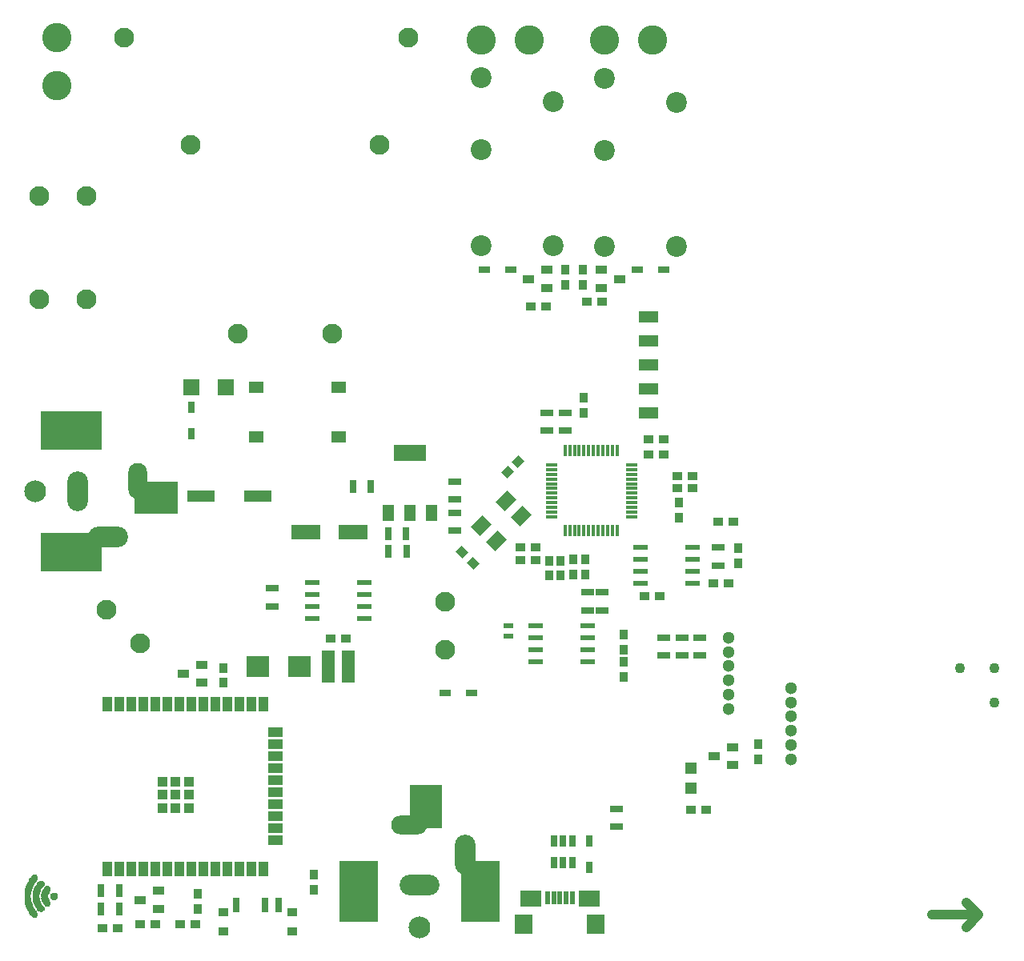
<source format=gts>
G04*
G04 #@! TF.GenerationSoftware,Altium Limited,Altium Designer,23.3.1 (30)*
G04*
G04 Layer_Color=8388736*
%FSLAX25Y25*%
%MOIN*%
G70*
G04*
G04 #@! TF.SameCoordinates,F1967EA3-8312-49A4-A2FB-0AE49F0FF499*
G04*
G04*
G04 #@! TF.FilePolarity,Negative*
G04*
G01*
G75*
%ADD21R,0.03494X0.04194*%
%ADD22R,0.04724X0.03543*%
%ADD23R,0.04194X0.03494*%
%ADD24R,0.03937X0.06299*%
%ADD25R,0.06299X0.03937*%
%ADD26R,0.03937X0.03937*%
%ADD27R,0.03937X0.03937*%
%ADD28R,0.05512X0.03150*%
%ADD29R,0.06299X0.02362*%
G04:AMPARAMS|DCode=30|XSize=66.93mil|YSize=53.15mil|CornerRadius=0mil|HoleSize=0mil|Usage=FLASHONLY|Rotation=225.000|XOffset=0mil|YOffset=0mil|HoleType=Round|Shape=Rectangle|*
%AMROTATEDRECTD30*
4,1,4,0.00487,0.04245,0.04245,0.00487,-0.00487,-0.04245,-0.04245,-0.00487,0.00487,0.04245,0.0*
%
%ADD30ROTATEDRECTD30*%

G04:AMPARAMS|DCode=31|XSize=34.94mil|YSize=41.94mil|CornerRadius=0mil|HoleSize=0mil|Usage=FLASHONLY|Rotation=45.000|XOffset=0mil|YOffset=0mil|HoleType=Round|Shape=Rectangle|*
%AMROTATEDRECTD31*
4,1,4,0.00248,-0.02718,-0.02718,0.00248,-0.00248,0.02718,0.02718,-0.00248,0.00248,-0.02718,0.0*
%
%ADD31ROTATEDRECTD31*%

%ADD32R,0.02756X0.05118*%
%ADD33R,0.01575X0.05118*%
%ADD34R,0.05118X0.01575*%
G04:AMPARAMS|DCode=35|XSize=34.94mil|YSize=41.94mil|CornerRadius=0mil|HoleSize=0mil|Usage=FLASHONLY|Rotation=315.000|XOffset=0mil|YOffset=0mil|HoleType=Round|Shape=Rectangle|*
%AMROTATEDRECTD35*
4,1,4,-0.02718,-0.00248,0.00248,0.02718,0.02718,0.00248,-0.00248,-0.02718,-0.02718,-0.00248,0.0*
%
%ADD35ROTATEDRECTD35*%

%ADD36R,0.08268X0.04724*%
%ADD39R,0.02559X0.04528*%
%ADD40R,0.03150X0.05512*%
%ADD41R,0.11811X0.05118*%
%ADD42R,0.05118X0.05118*%
%ADD43R,0.04528X0.02559*%
%ADD44R,0.07480X0.07874*%
%ADD45R,0.01968X0.05709*%
%ADD46R,0.08661X0.06693*%
%ADD47R,0.03150X0.06299*%
%ADD48R,0.04331X0.03543*%
%ADD49R,0.09252X0.08740*%
%ADD50R,0.06693X0.06693*%
%ADD51R,0.06496X0.05118*%
%ADD52R,0.05118X0.06693*%
%ADD53R,0.13386X0.06693*%
%ADD54R,0.12205X0.06299*%
%ADD55R,0.05512X0.13780*%
%ADD56R,0.04331X0.02362*%
%ADD57C,0.03937*%
%ADD58C,0.00035*%
%ADD59R,0.18123X0.13792*%
%ADD60R,0.25210X0.16154*%
%ADD61R,0.13792X0.18123*%
%ADD62R,0.16154X0.25210*%
%ADD63O,0.08674X0.16548*%
%ADD64C,0.09068*%
%ADD65O,0.16548X0.08674*%
%ADD66O,0.07887X0.14973*%
%ADD67C,0.08268*%
%ADD68C,0.08661*%
%ADD69O,0.14973X0.07887*%
%ADD70C,0.05118*%
%ADD71C,0.12205*%
%ADD72C,0.04331*%
%ADD73C,0.00394*%
D21*
X81102Y20276D02*
D03*
Y13976D02*
D03*
X241732Y220709D02*
D03*
Y227009D02*
D03*
X258268Y122047D02*
D03*
Y128347D02*
D03*
X281299Y183071D02*
D03*
Y176771D02*
D03*
X242323Y159449D02*
D03*
Y153149D02*
D03*
X314415Y76181D02*
D03*
Y82481D02*
D03*
X233858Y280118D02*
D03*
Y273818D02*
D03*
X305906Y157874D02*
D03*
Y164174D02*
D03*
X237205Y159449D02*
D03*
Y153149D02*
D03*
X227165Y159055D02*
D03*
Y152755D02*
D03*
X232087Y159055D02*
D03*
Y152755D02*
D03*
X258268Y110629D02*
D03*
Y116929D02*
D03*
X241339Y280118D02*
D03*
Y273818D02*
D03*
X129134Y22047D02*
D03*
Y28347D02*
D03*
X91732Y108071D02*
D03*
Y114371D02*
D03*
D22*
X64764Y13976D02*
D03*
Y21457D02*
D03*
X57087Y17717D02*
D03*
X296063Y77559D02*
D03*
X303740Y81299D02*
D03*
Y73819D02*
D03*
X226181Y272638D02*
D03*
Y280118D02*
D03*
X218504Y276378D02*
D03*
X249016Y280118D02*
D03*
Y272638D02*
D03*
X256693Y276378D02*
D03*
X74803Y111811D02*
D03*
X82480Y115551D02*
D03*
Y108071D02*
D03*
D23*
X57086Y7480D02*
D03*
X63386D02*
D03*
X287008Y189173D02*
D03*
X280708D02*
D03*
X287007Y194095D02*
D03*
X280708D02*
D03*
X292520Y55118D02*
D03*
X286221D02*
D03*
X242913Y266929D02*
D03*
X249213D02*
D03*
X219685Y264961D02*
D03*
X225985D02*
D03*
X274803Y203150D02*
D03*
X268503D02*
D03*
X274803Y209547D02*
D03*
X268503D02*
D03*
X273229Y144095D02*
D03*
X266929D02*
D03*
X303937Y175197D02*
D03*
X297637D02*
D03*
X301969Y149449D02*
D03*
X295669D02*
D03*
X221456Y164644D02*
D03*
X215156D02*
D03*
X215157Y159133D02*
D03*
X221457D02*
D03*
X73622Y7480D02*
D03*
X79922D02*
D03*
X41338Y5906D02*
D03*
X47638D02*
D03*
X136417Y126693D02*
D03*
X142717D02*
D03*
D24*
X43388Y30543D02*
D03*
X48388D02*
D03*
X53388D02*
D03*
X58388D02*
D03*
X63388D02*
D03*
X68388D02*
D03*
X73388D02*
D03*
X78388D02*
D03*
X83388D02*
D03*
X88388D02*
D03*
X93388D02*
D03*
X98388D02*
D03*
X103388D02*
D03*
X108388D02*
D03*
X43384Y99378D02*
D03*
X48384D02*
D03*
X53384D02*
D03*
X58384D02*
D03*
X63384D02*
D03*
X68384D02*
D03*
X73384D02*
D03*
X78384D02*
D03*
X83384D02*
D03*
X88384D02*
D03*
X93384D02*
D03*
X98384D02*
D03*
X103384D02*
D03*
X108384D02*
D03*
D25*
X113309Y42472D02*
D03*
D03*
Y47472D02*
D03*
Y52472D02*
D03*
Y57472D02*
D03*
Y62472D02*
D03*
Y67472D02*
D03*
Y72472D02*
D03*
Y77472D02*
D03*
Y82472D02*
D03*
Y87472D02*
D03*
D26*
X77165Y66929D02*
D03*
X66142D02*
D03*
Y61417D02*
D03*
Y55905D02*
D03*
X71653Y66929D02*
D03*
D27*
Y55905D02*
D03*
X77163Y61417D02*
D03*
X77165Y55905D02*
D03*
X71653Y61417D02*
D03*
D28*
X111811Y139941D02*
D03*
Y147421D02*
D03*
X289961Y126909D02*
D03*
Y119429D02*
D03*
X282480Y126909D02*
D03*
Y119429D02*
D03*
X274803Y126909D02*
D03*
Y119429D02*
D03*
X255118Y55709D02*
D03*
Y48228D02*
D03*
X234055Y213228D02*
D03*
Y220709D02*
D03*
X226181Y220709D02*
D03*
Y213228D02*
D03*
X297638Y156969D02*
D03*
Y164449D02*
D03*
X243110Y145866D02*
D03*
Y138386D02*
D03*
X249410Y138386D02*
D03*
Y145866D02*
D03*
X187795Y171457D02*
D03*
Y178937D02*
D03*
Y191929D02*
D03*
Y184449D02*
D03*
D29*
X221457Y131909D02*
D03*
Y126909D02*
D03*
Y121909D02*
D03*
Y116909D02*
D03*
X243110D02*
D03*
Y121909D02*
D03*
Y126909D02*
D03*
Y131909D02*
D03*
X265354Y164449D02*
D03*
Y159449D02*
D03*
Y154449D02*
D03*
Y149449D02*
D03*
X287007D02*
D03*
Y154449D02*
D03*
Y159449D02*
D03*
Y164449D02*
D03*
X128740Y134941D02*
D03*
Y139941D02*
D03*
Y144941D02*
D03*
Y149941D02*
D03*
X150394D02*
D03*
Y144941D02*
D03*
Y139941D02*
D03*
Y134941D02*
D03*
D30*
X199071Y173503D02*
D03*
X209371Y183803D02*
D03*
X205196Y167378D02*
D03*
X215496Y177679D02*
D03*
D31*
X195535Y158009D02*
D03*
X191080Y162464D02*
D03*
D32*
X236811Y33268D02*
D03*
X233071D02*
D03*
X229331D02*
D03*
Y42323D02*
D03*
X233071D02*
D03*
X236811D02*
D03*
D33*
X233858Y204921D02*
D03*
X235827D02*
D03*
X237795D02*
D03*
X239764D02*
D03*
X241732D02*
D03*
X243701D02*
D03*
X245669D02*
D03*
X247638D02*
D03*
X249606D02*
D03*
X251575D02*
D03*
X253543D02*
D03*
X255512D02*
D03*
Y171457D02*
D03*
X253543D02*
D03*
X251575D02*
D03*
X249606D02*
D03*
X247638D02*
D03*
X245669D02*
D03*
X243701D02*
D03*
X241732D02*
D03*
X239764D02*
D03*
X237795D02*
D03*
X235827D02*
D03*
X233858D02*
D03*
D34*
X261723Y198917D02*
D03*
Y196949D02*
D03*
Y194980D02*
D03*
Y193012D02*
D03*
Y191043D02*
D03*
Y189075D02*
D03*
Y187106D02*
D03*
Y185137D02*
D03*
Y183169D02*
D03*
Y181201D02*
D03*
Y179232D02*
D03*
Y177263D02*
D03*
X228259D02*
D03*
Y179232D02*
D03*
Y181201D02*
D03*
Y183169D02*
D03*
Y185137D02*
D03*
Y187106D02*
D03*
Y189075D02*
D03*
Y191043D02*
D03*
Y193012D02*
D03*
Y194980D02*
D03*
Y196949D02*
D03*
Y198917D02*
D03*
D03*
D35*
X214432Y200259D02*
D03*
X209977Y195804D02*
D03*
D36*
X268503Y220709D02*
D03*
Y230709D02*
D03*
Y240709D02*
D03*
Y250709D02*
D03*
Y260709D02*
D03*
D39*
X244094Y42323D02*
D03*
Y31299D02*
D03*
X78347Y211811D02*
D03*
Y222835D02*
D03*
D40*
X160433Y162992D02*
D03*
X167913D02*
D03*
X145473Y189764D02*
D03*
X152953D02*
D03*
X167717Y170079D02*
D03*
X160236D02*
D03*
X40632Y21654D02*
D03*
X48112D02*
D03*
Y13780D02*
D03*
X40632D02*
D03*
D41*
X105905Y185827D02*
D03*
X82284D02*
D03*
D42*
X286221Y72638D02*
D03*
Y64370D02*
D03*
D43*
X200236Y280118D02*
D03*
X211260D02*
D03*
X194882Y103740D02*
D03*
X183858D02*
D03*
X274803Y280315D02*
D03*
X263779D02*
D03*
D44*
X246654Y7480D02*
D03*
X216732D02*
D03*
D45*
X231693Y18701D02*
D03*
X226575D02*
D03*
X229134D02*
D03*
X234252D02*
D03*
X236811D02*
D03*
D46*
X219488Y18189D02*
D03*
X243898Y18189D02*
D03*
D47*
X97047Y15551D02*
D03*
X108858D02*
D03*
X114764D02*
D03*
D48*
X120276Y12598D02*
D03*
X91535D02*
D03*
Y4724D02*
D03*
X120276D02*
D03*
D49*
X105905Y114882D02*
D03*
X123110D02*
D03*
D50*
X92520Y231122D02*
D03*
X78347D02*
D03*
D51*
X105118Y210610D02*
D03*
Y231122D02*
D03*
X139764Y210610D02*
D03*
X139764Y231122D02*
D03*
D52*
X160236Y178740D02*
D03*
X169291D02*
D03*
X178347D02*
D03*
D53*
X169291Y203937D02*
D03*
D54*
X125787Y170787D02*
D03*
X145473D02*
D03*
D55*
X143701Y114882D02*
D03*
X135433D02*
D03*
D56*
X210236Y127579D02*
D03*
Y131909D02*
D03*
D57*
X400787Y6299D02*
X405905Y11417D01*
X400787Y16535D02*
X405905Y11417D01*
X386614D02*
X405905D01*
D58*
X16485Y25344D02*
Y25378D01*
X16520Y25309D02*
Y25378D01*
X16450Y25309D02*
Y25344D01*
X16415Y25274D02*
Y25309D01*
X16554Y25239D02*
Y25309D01*
X16485Y25239D02*
Y25274D01*
X16450Y25204D02*
Y25239D01*
X16520Y25169D02*
Y25239D01*
X16415Y25169D02*
Y25239D01*
X16554Y25134D02*
Y25169D01*
X16450Y25134D02*
Y25169D01*
X16485Y25065D02*
Y25134D01*
X16554Y25030D02*
Y25065D01*
X16520Y25030D02*
Y25065D01*
X16624Y24786D02*
Y24821D01*
X16659Y24786D02*
Y24821D01*
X15857Y25622D02*
Y25657D01*
X16101Y25622D02*
Y25657D01*
X15892Y25622D02*
Y25657D01*
X15996Y25622D02*
Y25657D01*
X16275Y25588D02*
Y25622D01*
X16171Y25588D02*
Y25622D01*
X15927Y25588D02*
Y25622D01*
X15962Y25553D02*
Y25622D01*
X16066Y25553D02*
Y25622D01*
X16031Y25553D02*
Y25622D01*
X16101Y25553D02*
Y25588D01*
X16206Y25553D02*
Y25588D01*
X16240Y25553D02*
Y25588D01*
X16136Y25518D02*
Y25553D01*
X16171Y25518D02*
Y25553D01*
X16275Y25518D02*
Y25553D01*
X15996Y25518D02*
Y25553D01*
X16066Y25483D02*
Y25518D01*
X16101Y25483D02*
Y25518D01*
X16031Y25483D02*
Y25518D01*
X16240Y25448D02*
Y25518D01*
X16206Y25448D02*
Y25518D01*
X16275Y25448D02*
Y25483D01*
X16171Y25413D02*
Y25448D01*
X16240Y25344D02*
Y25413D01*
X16415Y25344D02*
Y25378D01*
X16310Y25309D02*
Y25344D01*
X16345Y25309D02*
Y25344D01*
X16275Y25309D02*
Y25344D01*
X16380Y25274D02*
Y25344D01*
X16345Y25239D02*
Y25274D01*
X16380Y25204D02*
Y25239D01*
X18472Y23391D02*
Y23426D01*
X18437Y23391D02*
Y23426D01*
X18332Y23391D02*
Y23426D01*
X18298Y23391D02*
Y23426D01*
X18193Y23391D02*
Y23426D01*
X18158Y23391D02*
Y23426D01*
X18123Y23391D02*
Y23426D01*
X18402Y23321D02*
Y23426D01*
X18263Y23356D02*
Y23391D01*
X18507Y23321D02*
Y23356D01*
X18367Y23321D02*
Y23356D01*
X18437Y23286D02*
Y23356D01*
X18193Y23286D02*
Y23356D01*
X18158Y23286D02*
Y23356D01*
X18332Y23286D02*
Y23321D01*
X18298Y23286D02*
Y23321D01*
X18472Y23217D02*
Y23356D01*
X18507Y23217D02*
Y23286D01*
X19065Y23112D02*
Y23147D01*
X18925Y23077D02*
Y23147D01*
X18890Y23077D02*
Y23147D01*
X18751Y23077D02*
Y23147D01*
X19030Y23077D02*
Y23147D01*
X18821Y23077D02*
Y23112D01*
X18995Y23077D02*
Y23112D01*
X18960Y23042D02*
Y23077D01*
X19065Y23042D02*
Y23077D01*
X18088Y23391D02*
Y23426D01*
X17949Y23391D02*
Y23426D01*
X17914Y23391D02*
Y23426D01*
X17879Y23391D02*
Y23426D01*
X17844Y23391D02*
Y23426D01*
X17705Y23356D02*
Y23426D01*
X17984Y23356D02*
Y23391D01*
X17740Y23321D02*
Y23426D01*
X18054Y23321D02*
Y23356D01*
X17809Y23321D02*
Y23356D01*
X17775Y23321D02*
Y23356D01*
X18123Y23286D02*
Y23356D01*
X18088Y23286D02*
Y23356D01*
X17949Y23286D02*
Y23321D01*
X17914Y23286D02*
Y23321D01*
X17879Y23286D02*
Y23321D01*
X17844Y23286D02*
Y23321D01*
X17984Y23252D02*
Y23286D01*
X17705Y23182D02*
Y23321D01*
X17461Y23112D02*
Y23147D01*
X17321Y23112D02*
Y23147D01*
X17217Y23112D02*
Y23147D01*
X17531Y23112D02*
Y23147D01*
X17391Y23077D02*
Y23147D01*
X17496Y23077D02*
Y23112D01*
X17182Y23077D02*
Y23112D01*
X17356Y23042D02*
Y23112D01*
X17147Y23042D02*
Y23112D01*
X17426Y23042D02*
Y23112D01*
X17287Y23008D02*
Y23147D01*
X17217Y23042D02*
Y23077D01*
X17461Y23042D02*
Y23077D01*
X19274Y22833D02*
Y22868D01*
X19134Y22833D02*
Y22868D01*
X19100Y22833D02*
Y22868D01*
X19169Y22798D02*
Y22868D01*
X19204Y22729D02*
Y22833D01*
X19100Y22729D02*
Y22798D01*
X19309Y22694D02*
Y22798D01*
X19134Y22694D02*
Y22763D01*
X19239Y22694D02*
Y22729D01*
X19274Y22589D02*
Y22729D01*
X19169Y22624D02*
Y22694D01*
X19204Y22554D02*
Y22694D01*
X19344Y22519D02*
Y22694D01*
X19309Y22519D02*
Y22589D01*
X19274Y22450D02*
Y22485D01*
X19239Y22345D02*
Y22554D01*
X19344Y22415D02*
Y22485D01*
X19309Y22345D02*
Y22485D01*
X19344Y22345D02*
Y22380D01*
X19274Y22310D02*
Y22345D01*
X19239Y22241D02*
Y22310D01*
X19309Y22241D02*
Y22310D01*
X19344Y22206D02*
Y22310D01*
X19169Y21787D02*
Y22589D01*
X19274Y22136D02*
Y22206D01*
X19204Y21927D02*
Y22380D01*
X19134Y21683D02*
Y22624D01*
X19100Y21613D02*
Y22694D01*
X17252Y23042D02*
Y23077D01*
X17321Y23042D02*
Y23077D01*
X17391Y23008D02*
Y23042D01*
X18890Y23008D02*
Y23042D01*
X18995Y23008D02*
Y23042D01*
X19030Y22973D02*
Y23042D01*
X17182Y22973D02*
Y23042D01*
X18925Y22973D02*
Y23008D01*
X17356Y22973D02*
Y23008D01*
X17252Y22973D02*
Y23008D01*
X18960Y22938D02*
Y22973D01*
X19065Y22938D02*
Y22973D01*
X17321Y22938D02*
Y22973D01*
X17217Y22903D02*
Y22973D01*
X18995Y22903D02*
Y22938D01*
X17287Y22903D02*
Y22938D01*
X19030Y22868D02*
Y22938D01*
X17147Y22833D02*
Y22973D01*
X17182Y22868D02*
Y22903D01*
X17252Y22833D02*
Y22903D01*
X17217Y22798D02*
Y22868D01*
X19065Y22798D02*
Y22833D01*
X19030Y22798D02*
Y22833D01*
X17182Y22798D02*
Y22833D01*
X17147Y22729D02*
Y22763D01*
X17112Y22694D02*
Y22798D01*
X18995Y21473D02*
Y22833D01*
X18960Y21404D02*
Y22903D01*
X18890Y21299D02*
Y22973D01*
X19065Y21508D02*
Y22763D01*
X18856Y21229D02*
Y23042D01*
X18681Y21090D02*
Y23147D01*
X16833Y24751D02*
Y24821D01*
X16763Y24681D02*
Y24821D01*
X16694Y24646D02*
Y24821D01*
X16624Y24611D02*
Y24716D01*
X16798Y24577D02*
Y24716D01*
X16729Y24542D02*
Y24646D01*
X16659Y24542D02*
Y24611D01*
X16520Y24019D02*
Y24995D01*
X16624Y24472D02*
Y24507D01*
X16554Y24054D02*
Y24925D01*
X16589Y24193D02*
Y24786D01*
X16798Y24402D02*
Y24542D01*
X16694Y24437D02*
Y24507D01*
X16833Y24402D02*
Y24472D01*
X16729Y24298D02*
Y24507D01*
X16624Y24298D02*
Y24402D01*
X16659Y24263D02*
Y24367D01*
X16833Y24228D02*
Y24298D01*
X16624Y24228D02*
Y24263D01*
X16694Y24123D02*
Y24263D01*
X16798Y24054D02*
Y24298D01*
X16659Y24088D02*
Y24158D01*
X16624Y24088D02*
Y24123D01*
X16589Y24088D02*
Y24123D01*
X16763Y24054D02*
Y24123D01*
X16729Y24019D02*
Y24088D01*
X16833Y23984D02*
Y24054D01*
X16624Y23984D02*
Y24019D01*
X16589Y23984D02*
Y24019D01*
X16554Y23984D02*
Y24019D01*
Y23914D02*
Y23949D01*
Y23705D02*
Y23775D01*
X16450Y23914D02*
Y25100D01*
X16485Y23949D02*
Y25030D01*
X16345Y23775D02*
Y25204D01*
X16310Y23705D02*
Y25274D01*
X16171Y23565D02*
Y25378D01*
X16136Y23530D02*
Y25413D01*
X16206Y23565D02*
Y25378D01*
X16240Y23635D02*
Y25309D01*
X16415Y23775D02*
Y25134D01*
X16101Y23461D02*
Y25448D01*
X16275Y23635D02*
Y25274D01*
X16380Y23705D02*
Y25169D01*
X15927Y23286D02*
Y25553D01*
X15996Y23356D02*
Y25483D01*
X15962Y23321D02*
Y25518D01*
X16066Y23321D02*
Y25448D01*
X16031Y23321D02*
Y25448D01*
X15892Y23217D02*
Y25518D01*
X15857Y23147D02*
Y25588D01*
X16520Y23949D02*
Y23984D01*
X16485Y23844D02*
Y23914D01*
X16520Y23775D02*
Y23879D01*
X16485Y23740D02*
Y23775D01*
X16520Y23705D02*
Y23740D01*
X16450Y23705D02*
Y23740D01*
X16415Y23705D02*
Y23740D01*
X16275Y23565D02*
Y23600D01*
X16240Y23530D02*
Y23565D01*
X16206Y23496D02*
Y23530D01*
X16275Y23461D02*
Y23530D01*
X16171Y23426D02*
Y23530D01*
X16136Y23426D02*
Y23461D01*
X16973Y22833D02*
Y22868D01*
X16938Y22798D02*
Y22868D01*
X17077Y22798D02*
Y22833D01*
X16903Y22798D02*
Y22833D01*
X16868Y22798D02*
Y22833D01*
X17042Y22763D02*
Y22833D01*
X17008Y22729D02*
Y22798D01*
X16938Y22729D02*
Y22763D01*
X16868Y22694D02*
Y22763D01*
X16973Y22694D02*
Y22763D01*
X17077Y22659D02*
Y22729D01*
X17042Y22659D02*
Y22694D01*
X16973Y22624D02*
Y22659D01*
X16938Y22624D02*
Y22659D01*
X17008Y22589D02*
Y22659D01*
X16903Y22519D02*
Y22659D01*
X16868Y22554D02*
Y22589D01*
X16973Y22554D02*
Y22589D01*
X16868Y22485D02*
Y22519D01*
X16973Y22485D02*
Y22519D01*
X16938Y22450D02*
Y22519D01*
X16903Y22415D02*
Y22485D01*
X16868Y22415D02*
Y22450D01*
Y22345D02*
Y22380D01*
X16798Y22275D02*
Y22310D01*
X16694Y22275D02*
Y22310D01*
X16659Y22275D02*
Y22310D01*
X16729Y22241D02*
Y22275D01*
X16763Y22206D02*
Y22241D01*
X16694Y22171D02*
Y22241D01*
X16729Y22171D02*
Y22206D01*
X16659Y22101D02*
Y22171D01*
X16240Y23321D02*
Y23496D01*
X16275Y23356D02*
Y23426D01*
X16101Y23356D02*
Y23426D01*
X16206Y23286D02*
Y23391D01*
X15996Y23286D02*
Y23321D01*
X16171Y23252D02*
Y23321D01*
X15962Y23252D02*
Y23286D01*
X15996Y23182D02*
Y23252D01*
X16136Y23147D02*
Y23286D01*
X16275Y23147D02*
Y23252D01*
X16101Y23147D02*
Y23252D01*
X16066Y23147D02*
Y23217D01*
X15927Y23147D02*
Y23217D01*
X16031Y23147D02*
Y23182D01*
X15892Y23112D02*
Y23147D01*
X15996Y23112D02*
Y23147D01*
X15962Y23077D02*
Y23147D01*
X15857Y23042D02*
Y23112D01*
X15927Y23008D02*
Y23112D01*
X15996Y23008D02*
Y23077D01*
X15892Y23008D02*
Y23042D01*
X15962Y22938D02*
Y23008D01*
X15857Y22938D02*
Y23008D01*
X15927Y22903D02*
Y22973D01*
X15996Y22903D02*
Y22938D01*
X15892Y22903D02*
Y22938D01*
X15962Y22868D02*
Y22903D01*
X15857Y22868D02*
Y22903D01*
X16589Y22275D02*
Y22310D01*
X16624Y22206D02*
Y22275D01*
X16589Y22171D02*
Y22206D01*
X16624Y22136D02*
Y22171D01*
X22133Y20323D02*
Y20358D01*
X21959Y20323D02*
Y20358D01*
X21924Y20323D02*
Y20358D01*
X22028Y20288D02*
Y20323D01*
X22098Y20288D02*
Y20323D01*
X22063Y20288D02*
Y20323D01*
X22133Y20253D02*
Y20288D01*
X21993Y20253D02*
Y20288D01*
X21959Y20253D02*
Y20288D01*
X21924Y20218D02*
Y20288D01*
X22098Y20218D02*
Y20253D01*
X21889Y20218D02*
Y20253D01*
X22028Y20183D02*
Y20218D01*
X21993Y20148D02*
Y20218D01*
X22133Y20148D02*
Y20183D01*
X22063Y20114D02*
Y20148D01*
X22028Y20114D02*
Y20148D01*
X22098Y20079D02*
Y20148D01*
X22133Y20044D02*
Y20114D01*
X22028Y20044D02*
Y20079D01*
X22063Y20009D02*
Y20044D01*
X22098Y20009D02*
Y20044D01*
X22133Y19939D02*
Y20009D01*
X22098Y19870D02*
Y19904D01*
X22133Y19835D02*
Y19904D01*
X22272Y19765D02*
Y19800D01*
X22377Y19730D02*
Y19800D01*
X22168Y19695D02*
Y19765D01*
X21854Y20602D02*
Y20637D01*
X21645Y20602D02*
Y20637D01*
X21610Y20602D02*
Y20637D01*
X21505Y20602D02*
Y20637D01*
X21471Y20602D02*
Y20637D01*
X21296Y20602D02*
Y20637D01*
X21749Y20567D02*
Y20637D01*
X21331Y20567D02*
Y20637D01*
X21784Y20567D02*
Y20602D01*
X21401Y20567D02*
Y20602D01*
X21575Y20567D02*
Y20602D01*
X21540Y20567D02*
Y20602D01*
X21819Y20532D02*
Y20637D01*
X21715Y20497D02*
Y20637D01*
X21436Y20532D02*
Y20602D01*
X21645Y20532D02*
Y20567D01*
X21610Y20532D02*
Y20567D01*
X21680Y20497D02*
Y20567D01*
X21471Y20497D02*
Y20567D01*
X21505Y20497D02*
Y20532D01*
X21575Y20497D02*
Y20532D01*
X21749Y20462D02*
Y20497D01*
X21610Y20462D02*
Y20497D01*
X21540Y20462D02*
Y20497D01*
X21854Y20358D02*
Y20567D01*
X21645Y20427D02*
Y20497D01*
X21784Y20358D02*
Y20497D01*
X21680Y20392D02*
Y20462D01*
X21715Y20358D02*
Y20427D01*
X21819Y20323D02*
Y20358D01*
X21889Y20288D02*
Y20323D01*
X21854Y20253D02*
Y20323D01*
X22307Y19660D02*
Y19800D01*
X22203Y19660D02*
Y19765D01*
X22238Y19591D02*
Y19730D01*
X22342Y19521D02*
Y19730D01*
X22412Y19521D02*
Y19591D01*
X22272Y19346D02*
Y19625D01*
X22377Y19451D02*
Y19521D01*
X22063Y18719D02*
Y19974D01*
X22133Y18893D02*
Y19765D01*
X22168Y18998D02*
Y19660D01*
X21993Y18614D02*
Y20044D01*
X21889Y18475D02*
Y20183D01*
X21959Y18545D02*
Y20114D01*
X22098Y18789D02*
Y19835D01*
X22412Y19242D02*
Y19381D01*
X22203Y19033D02*
Y19591D01*
X22028Y18614D02*
Y20009D01*
X21924Y18440D02*
Y20148D01*
X21854Y18370D02*
Y20218D01*
X21819Y18335D02*
Y20253D01*
X22238Y19242D02*
Y19277D01*
X22342Y19137D02*
Y19381D01*
X22412Y19068D02*
Y19207D01*
X22272Y19068D02*
Y19207D01*
X22377Y18998D02*
Y19137D01*
X22238Y18963D02*
Y19068D01*
X22307Y18963D02*
Y19068D01*
X22342Y18963D02*
Y18998D01*
X22133Y18789D02*
Y18823D01*
X22098Y18684D02*
Y18719D01*
X22133Y18649D02*
Y18719D01*
X22098Y18614D02*
Y18649D01*
X21784Y18370D02*
Y20323D01*
X21645Y18266D02*
Y20392D01*
X21261Y18022D02*
Y20637D01*
X20703Y18022D02*
Y20637D01*
X21122Y18022D02*
Y20637D01*
X21087Y18022D02*
Y20637D01*
X21157Y18022D02*
Y20602D01*
X20843Y18022D02*
Y20602D01*
X20878Y18022D02*
Y20602D01*
X20913Y18022D02*
Y20602D01*
X21226Y18022D02*
Y20602D01*
X21366Y18091D02*
Y20532D01*
X21052Y17987D02*
Y20637D01*
X21017Y17987D02*
Y20637D01*
X20982Y17987D02*
Y20637D01*
X20947Y17987D02*
Y20637D01*
X21610Y18196D02*
Y20427D01*
X21505Y18161D02*
Y20462D01*
X21401Y18126D02*
Y20497D01*
X21296Y18091D02*
Y20532D01*
X21471Y18161D02*
Y20462D01*
X21575Y18161D02*
Y20462D01*
X20738Y17987D02*
Y20637D01*
X21540Y18196D02*
Y20427D01*
X20773Y17987D02*
Y20637D01*
X20808Y17987D02*
Y20637D01*
X21749Y18335D02*
Y20288D01*
X21192Y17987D02*
Y20602D01*
X21331Y18056D02*
Y20532D01*
X21715Y18266D02*
Y20323D01*
X21680Y18231D02*
Y20358D01*
X21436Y18022D02*
Y20497D01*
X19309Y22031D02*
Y22136D01*
X19239Y22031D02*
Y22136D01*
X19344Y21996D02*
Y22031D01*
X19309Y21927D02*
Y21996D01*
X19274Y21892D02*
Y21996D01*
X19344Y21787D02*
Y21892D01*
X19239Y21718D02*
Y21927D01*
X19309Y21752D02*
Y21822D01*
X19344Y21683D02*
Y21752D01*
X19274Y21683D02*
Y21752D01*
X19344Y21613D02*
Y21648D01*
X19309Y21613D02*
Y21648D01*
X19239Y21578D02*
Y21648D01*
X19344Y21543D02*
Y21578D01*
X19274Y21508D02*
Y21578D01*
X19309Y21473D02*
Y21508D01*
X19239Y21473D02*
Y21508D01*
X20669Y20602D02*
Y20637D01*
X20215Y20602D02*
Y20637D01*
X20320Y20602D02*
Y20637D01*
X20459Y20567D02*
Y20637D01*
X20494Y20567D02*
Y20602D01*
X20285Y20567D02*
Y20602D01*
X20250Y20567D02*
Y20602D01*
X20355Y20532D02*
Y20602D01*
X20390Y20532D02*
Y20602D01*
X20320Y20532D02*
Y20567D01*
X20215Y20532D02*
Y20567D01*
X20250Y20462D02*
Y20532D01*
X20215Y20427D02*
Y20462D01*
X20076Y20323D02*
Y20358D01*
X19936Y20323D02*
Y20358D01*
X18786Y21194D02*
Y23042D01*
X19030Y21473D02*
Y22763D01*
X18821Y21229D02*
Y23008D01*
X18925Y21334D02*
Y22903D01*
X18751Y21160D02*
Y23042D01*
X19169Y21718D02*
Y21752D01*
X19204Y21613D02*
Y21718D01*
X19134Y21578D02*
Y21613D01*
X19169Y21508D02*
Y21613D01*
X19100Y21508D02*
Y21578D01*
X19204Y21473D02*
Y21508D01*
X19134Y21473D02*
Y21508D01*
X19065Y21439D02*
Y21473D01*
X18995Y21404D02*
Y21439D01*
X19030Y21334D02*
Y21404D01*
X19065Y21299D02*
Y21369D01*
X18960Y21299D02*
Y21369D01*
X18995Y21299D02*
Y21334D01*
X19030Y21264D02*
Y21299D01*
X18925Y21229D02*
Y21299D01*
X18995Y21229D02*
Y21264D01*
X18960Y21194D02*
Y21229D01*
X18786Y21125D02*
Y21160D01*
X18751Y21055D02*
Y21090D01*
X18786Y21055D02*
Y21090D01*
Y20950D02*
Y20985D01*
X18751Y20846D02*
Y20950D01*
X18716Y20811D02*
Y20881D01*
X18786Y20741D02*
Y20811D01*
X18751Y20672D02*
Y20741D01*
X18786Y20672D02*
Y20706D01*
X18716Y20637D02*
Y20672D01*
X19971Y20323D02*
Y20358D01*
X19902Y20323D02*
Y20358D01*
X19867Y20323D02*
Y20358D01*
X20006Y20288D02*
Y20323D01*
X19971Y20218D02*
Y20288D01*
X19936Y20218D02*
Y20288D01*
X19867Y20218D02*
Y20288D01*
X19902Y20183D02*
Y20253D01*
X20285Y18196D02*
Y20532D01*
X20529Y18056D02*
Y20637D01*
X20355Y18161D02*
Y20497D01*
X20425Y18056D02*
Y20602D01*
X20320Y18161D02*
Y20497D01*
X20564Y18056D02*
Y20602D01*
X19867Y18545D02*
Y20114D01*
X20599Y18022D02*
Y20602D01*
X20250Y18196D02*
Y20427D01*
X20111Y18301D02*
Y20323D01*
X20390Y18126D02*
Y20497D01*
X20669Y18056D02*
Y20567D01*
X20180Y18266D02*
Y20358D01*
X20634Y17987D02*
Y20637D01*
X19971Y18440D02*
Y20183D01*
X20041Y18335D02*
Y20288D01*
X19902Y18475D02*
Y20148D01*
X20076Y18301D02*
Y20288D01*
X20459Y18056D02*
Y20532D01*
X20146Y18231D02*
Y20358D01*
X20494Y18022D02*
Y20532D01*
X19936Y18370D02*
Y20183D01*
X20006Y18301D02*
Y20218D01*
X20215Y18091D02*
Y20392D01*
X19727Y20323D02*
Y20358D01*
X19762Y20288D02*
Y20358D01*
X19657Y20288D02*
Y20358D01*
X19797Y20253D02*
Y20323D01*
X19832Y20218D02*
Y20323D01*
X19727Y20183D02*
Y20253D01*
X19832Y20148D02*
Y20183D01*
X19657Y20148D02*
Y20183D01*
X19797Y20114D02*
Y20183D01*
X19692Y20044D02*
Y20253D01*
X19727Y20079D02*
Y20114D01*
X19762Y20009D02*
Y20114D01*
X19657Y20009D02*
Y20044D01*
X19727Y19939D02*
Y20044D01*
X19657Y19939D02*
Y19974D01*
X19692Y19870D02*
Y19904D01*
X19657Y19835D02*
Y19870D01*
X19692Y19800D02*
Y19835D01*
X19657Y19765D02*
Y19800D01*
Y19660D02*
Y19695D01*
X19832Y18614D02*
Y20079D01*
X19692Y18893D02*
Y19765D01*
X19762Y18719D02*
Y19939D01*
X19657Y18998D02*
Y19591D01*
X19727Y18719D02*
Y19870D01*
X19797Y18545D02*
Y19974D01*
X19657Y18754D02*
Y18893D01*
X19692Y18789D02*
Y18823D01*
Y18684D02*
Y18719D01*
X19657Y18649D02*
Y18719D01*
X19762Y18649D02*
Y18684D01*
X19727Y18545D02*
Y18649D01*
X22133Y18545D02*
Y18614D01*
X22028Y18545D02*
Y18579D01*
X22098Y18510D02*
Y18545D01*
X21993Y18510D02*
Y18545D01*
X22063Y18440D02*
Y18579D01*
X21959Y18475D02*
Y18510D01*
X22028Y18440D02*
Y18510D01*
X22133Y18440D02*
Y18510D01*
X21993Y18405D02*
Y18475D01*
X22098Y18405D02*
Y18475D01*
X21889Y18405D02*
Y18440D01*
X21959Y18405D02*
Y18440D01*
X21784Y18301D02*
Y18335D01*
X21854Y18266D02*
Y18335D01*
X21749Y18266D02*
Y18301D01*
X21819Y18231D02*
Y18266D01*
X21784Y18196D02*
Y18266D01*
X21854Y18196D02*
Y18231D01*
X21645Y18161D02*
Y18196D01*
X21749Y18161D02*
Y18196D01*
X21715Y18126D02*
Y18231D01*
X21819Y18126D02*
Y18196D01*
X21784Y18126D02*
Y18161D01*
X21540Y18126D02*
Y18161D01*
X21610Y18126D02*
Y18161D01*
X21680Y18126D02*
Y18161D01*
X21575Y18056D02*
Y18091D01*
X21540Y17987D02*
Y18091D01*
X21505Y17952D02*
Y17987D01*
X21575Y17882D02*
Y17952D01*
X21505Y17847D02*
Y17882D01*
X21471Y17847D02*
Y17882D01*
Y18056D02*
Y18126D01*
X21296Y18022D02*
Y18056D01*
X21401Y17987D02*
Y18056D01*
X21331Y17987D02*
Y18022D01*
X21366Y17987D02*
Y18022D01*
X20669Y17917D02*
Y18022D01*
X21087Y17952D02*
Y17987D01*
X20703Y17952D02*
Y17987D01*
X21122Y17952D02*
Y17987D01*
X21471Y17917D02*
Y17987D01*
X20843Y17917D02*
Y17987D01*
X21436Y17917D02*
Y17987D01*
X21296Y17917D02*
Y17987D01*
X21157Y17917D02*
Y17987D01*
X20913Y17917D02*
Y17987D01*
X20878Y17917D02*
Y17987D01*
X21366Y17917D02*
Y17952D01*
X20947Y17917D02*
Y17952D01*
X21331Y17917D02*
Y17952D01*
X21401Y17917D02*
Y17952D01*
X21261Y17882D02*
Y17987D01*
X21052Y17882D02*
Y17952D01*
X20634Y17882D02*
Y17952D01*
X21226Y17882D02*
Y17952D01*
X21192Y17882D02*
Y17952D01*
X21017Y17882D02*
Y17917D01*
X20564Y17882D02*
Y17917D01*
X21087Y17882D02*
Y17917D01*
X20599Y17847D02*
Y17952D01*
X20738Y17847D02*
Y17917D01*
X20982Y17847D02*
Y17882D01*
X20947Y17847D02*
Y17882D01*
X20703Y17847D02*
Y17882D01*
X21157Y17847D02*
Y17882D01*
X20843Y17847D02*
Y17882D01*
X21401Y17847D02*
Y17882D01*
X21122Y17847D02*
Y17882D01*
X20913Y17847D02*
Y17882D01*
X20878Y17847D02*
Y17882D01*
X21366Y17847D02*
Y17882D01*
X19832Y18545D02*
Y18579D01*
Y18475D02*
Y18510D01*
X19797Y18475D02*
Y18510D01*
X19867Y18440D02*
Y18475D01*
X19762Y18440D02*
Y18475D01*
X19832Y18405D02*
Y18440D01*
X19902Y18405D02*
Y18440D01*
X19971Y18335D02*
Y18370D01*
Y18266D02*
Y18301D01*
X19936Y18231D02*
Y18335D01*
X20076Y18231D02*
Y18266D01*
X20006Y18196D02*
Y18266D01*
X20111Y18161D02*
Y18266D01*
X20180Y18161D02*
Y18231D01*
X20041Y18161D02*
Y18196D01*
X19971Y18126D02*
Y18196D01*
X20146Y18126D02*
Y18161D01*
X20076Y18126D02*
Y18161D01*
X20250Y18091D02*
Y18126D01*
X20285Y18022D02*
Y18161D01*
X20320Y17987D02*
Y18126D01*
X20355Y17952D02*
Y18056D01*
X20529Y17952D02*
Y18022D01*
X20564Y17952D02*
Y18022D01*
X20215Y17917D02*
Y17987D01*
X20425Y17882D02*
Y17987D01*
X20390Y17882D02*
Y17987D01*
X20494Y17882D02*
Y17952D01*
X20459Y17882D02*
Y17952D01*
X20529Y17882D02*
Y17917D01*
X20250Y17847D02*
Y17952D01*
X20285Y17847D02*
Y17917D01*
X19692Y18510D02*
Y18614D01*
X19762Y18510D02*
Y18545D01*
X19657Y18510D02*
Y18545D01*
X19727Y18475D02*
Y18510D01*
Y18405D02*
Y18440D01*
X19692Y18405D02*
Y18440D01*
X19657Y18405D02*
Y18440D01*
X18786Y17812D02*
Y17847D01*
X18716Y17812D02*
Y17847D01*
X18786Y17743D02*
Y17777D01*
X18751Y17743D02*
Y17777D01*
X18716Y17673D02*
Y17743D01*
X18786Y17673D02*
Y17708D01*
Y17603D02*
Y17638D01*
X18716Y17568D02*
Y17638D01*
X19030Y17534D02*
Y17568D01*
X19065Y17534D02*
Y17568D01*
X18925Y17534D02*
Y17568D01*
X18821Y17534D02*
Y17568D01*
X18856Y17534D02*
Y17568D01*
X18751Y17534D02*
Y17568D01*
X18786Y17499D02*
Y17534D01*
X18960Y17429D02*
Y17534D01*
X18821Y17429D02*
Y17499D01*
X19065Y17394D02*
Y17499D01*
X18856Y17429D02*
Y17464D01*
X18890Y17359D02*
Y17464D01*
X18995Y17289D02*
Y17464D01*
X19065Y17289D02*
Y17324D01*
X18925Y17255D02*
Y17359D01*
X18960Y17220D02*
Y17289D01*
X19030Y17220D02*
Y17289D01*
X19274Y16976D02*
Y17010D01*
X19239Y16976D02*
Y17010D01*
X19344Y16941D02*
Y17010D01*
X19309Y16941D02*
Y16976D01*
X19204Y16906D02*
Y16976D01*
X19274Y16836D02*
Y16941D01*
X19344Y16836D02*
Y16871D01*
X19309Y16766D02*
Y16836D01*
X19344Y16732D02*
Y16766D01*
X19309Y16662D02*
Y16732D01*
X19239Y16627D02*
Y16732D01*
X19274Y16557D02*
Y16662D01*
X19344Y16522D02*
Y16627D01*
X19169Y16139D02*
Y16976D01*
X19204Y16209D02*
Y16836D01*
X19309Y16313D02*
Y16522D01*
X19239Y16209D02*
Y16522D01*
X19344Y16174D02*
Y16348D01*
X19274Y16174D02*
Y16209D01*
X19239Y16139D02*
Y16174D01*
X19204Y16139D02*
Y16174D01*
X19309Y16104D02*
Y16174D01*
X19274Y16069D02*
Y16139D01*
X19204Y16034D02*
Y16104D01*
X19344Y15999D02*
Y16069D01*
X19169Y15965D02*
Y16069D01*
X19274Y15965D02*
Y16034D01*
X19239Y15895D02*
Y16069D01*
X19309Y15895D02*
Y16034D01*
X19344Y15930D02*
Y15965D01*
X19204Y15930D02*
Y15965D01*
X19169Y15895D02*
Y15930D01*
X19065Y17185D02*
Y17255D01*
X19030Y17150D02*
Y17185D01*
X19065Y17080D02*
Y17150D01*
X19134Y16976D02*
Y17010D01*
X18786Y15616D02*
Y17464D01*
X18751Y15581D02*
Y17499D01*
X18995Y15790D02*
Y17220D01*
X18890Y15686D02*
Y17324D01*
X18821Y15616D02*
Y17394D01*
X18856Y15651D02*
Y17359D01*
X19134Y16034D02*
Y16941D01*
X19100Y15965D02*
Y17010D01*
X19030Y15825D02*
Y17115D01*
X18960Y15755D02*
Y17185D01*
X19065Y15860D02*
Y17045D01*
X18925Y15616D02*
Y17220D01*
X19134Y15965D02*
Y15999D01*
X19100Y15895D02*
Y15930D01*
X19065Y15755D02*
Y15825D01*
X19030Y15755D02*
Y15790D01*
X18995Y15720D02*
Y15755D01*
X19030Y15686D02*
Y15720D01*
X18960Y15686D02*
Y15720D01*
X19065Y15651D02*
Y15686D01*
X18995Y15651D02*
Y15686D01*
X19030Y15616D02*
Y15651D01*
X18960Y15616D02*
Y15651D01*
X18786Y15546D02*
Y15581D01*
X18751Y15511D02*
Y15546D01*
X18786Y15407D02*
Y15476D01*
X18751Y15337D02*
Y15476D01*
X18786Y15337D02*
Y15372D01*
X18716Y21125D02*
Y23077D01*
X18611Y20985D02*
Y23147D01*
X18646Y20985D02*
Y23112D01*
X18577Y20881D02*
Y23147D01*
X18542Y20846D02*
Y23147D01*
X18507Y20776D02*
Y23182D01*
X18472Y20741D02*
Y23182D01*
X18437Y20672D02*
Y23252D01*
X18716Y20950D02*
Y21055D01*
X18681Y20915D02*
Y21020D01*
X18646Y20846D02*
Y20950D01*
X18577Y20776D02*
Y20846D01*
X18611Y20776D02*
Y20846D01*
X18681Y20741D02*
Y20811D01*
X18542Y20741D02*
Y20811D01*
X18646Y20706D02*
Y20776D01*
X18611Y20672D02*
Y20741D01*
X18507Y20672D02*
Y20741D01*
X18542Y20672D02*
Y20706D01*
X18577Y20672D02*
Y20706D01*
X18646Y20637D02*
Y20672D01*
X18681Y20637D02*
Y20672D01*
X18507Y20602D02*
Y20637D01*
X18472Y20497D02*
Y20567D01*
X18437Y20392D02*
Y20532D01*
X18507Y20392D02*
Y20497D01*
X18472Y20358D02*
Y20392D01*
X18437Y20323D02*
Y20358D01*
X18507Y20218D02*
Y20323D01*
X18402Y20183D02*
Y20253D01*
X18472Y20148D02*
Y20183D01*
X18437Y20114D02*
Y20183D01*
X18367Y20567D02*
Y23286D01*
X18402Y20532D02*
Y23252D01*
X18332Y20462D02*
Y23217D01*
X18298Y20392D02*
Y23217D01*
X18263Y20288D02*
Y23252D01*
X18228Y20218D02*
Y23321D01*
X18193Y20148D02*
Y23252D01*
X18158Y20009D02*
Y23252D01*
X18123Y19870D02*
Y23252D01*
X18088Y19695D02*
Y23252D01*
X18367Y20427D02*
Y20497D01*
X18402Y20392D02*
Y20427D01*
X18367Y20358D02*
Y20392D01*
X18402Y20288D02*
Y20358D01*
X18298Y20288D02*
Y20358D01*
X18367Y20183D02*
Y20288D01*
X18332Y20183D02*
Y20253D01*
X18298Y20183D02*
Y20218D01*
X18263Y20148D02*
Y20218D01*
X18228Y20148D02*
Y20183D01*
X18402Y20079D02*
Y20114D01*
X18367Y20079D02*
Y20114D01*
X18332Y20079D02*
Y20114D01*
X18298Y20079D02*
Y20114D01*
X18193Y20044D02*
Y20114D01*
X18228Y19939D02*
Y19974D01*
X18193Y19904D02*
Y20009D01*
X18158Y19870D02*
Y19939D01*
X18228Y19835D02*
Y19904D01*
X18193Y19765D02*
Y19870D01*
X18123Y19800D02*
Y19835D01*
X18158Y19625D02*
Y19800D01*
X18228Y19660D02*
Y19765D01*
Y19486D02*
Y19556D01*
Y19312D02*
Y19346D01*
Y18823D02*
Y18928D01*
Y18719D02*
Y18789D01*
Y18579D02*
Y18649D01*
Y18475D02*
Y18510D01*
X18263Y18370D02*
Y18405D01*
X18472Y18335D02*
Y18405D01*
X18367Y18301D02*
Y18405D01*
X18298Y18301D02*
Y18370D01*
X18437Y18266D02*
Y18370D01*
X18507Y18231D02*
Y18335D01*
X18332Y18161D02*
Y18301D01*
X18402Y18161D02*
Y18266D01*
X18472Y18126D02*
Y18231D01*
X18507Y18126D02*
Y18161D01*
X18367Y18091D02*
Y18126D01*
X18437Y18056D02*
Y18126D01*
X18472Y18022D02*
Y18056D01*
X18507Y17987D02*
Y18056D01*
X18472Y17952D02*
Y17987D01*
X18507Y17917D02*
Y17952D01*
Y17847D02*
Y17882D01*
X18577Y17812D02*
Y17847D01*
X18646Y17812D02*
Y17847D01*
X18611Y17777D02*
Y17812D01*
X18681Y17777D02*
Y17812D01*
X18646Y17743D02*
Y17777D01*
X18611Y17673D02*
Y17743D01*
X18681Y17673D02*
Y17708D01*
Y17603D02*
Y17638D01*
X18193Y19556D02*
Y19660D01*
X18088Y19556D02*
Y19625D01*
X18123Y19521D02*
Y19591D01*
X18088Y19486D02*
Y19521D01*
X17914Y15407D02*
Y23252D01*
X17949Y15407D02*
Y23252D01*
X17531Y15581D02*
Y23077D01*
X17635Y15511D02*
Y23147D01*
X17809Y15372D02*
Y23286D01*
X17775Y15441D02*
Y23182D01*
X17740Y15441D02*
Y23182D01*
X18019Y15337D02*
Y23286D01*
X17565Y15546D02*
Y23077D01*
X18054Y15337D02*
Y23286D01*
X17879Y15407D02*
Y23217D01*
X17844Y15407D02*
Y23217D01*
X17984Y15407D02*
Y23217D01*
X18088Y19277D02*
Y19346D01*
X17600Y15511D02*
Y23112D01*
X17496Y15581D02*
Y23042D01*
X17705Y15476D02*
Y23147D01*
X17670Y15441D02*
Y23147D01*
X18123Y19068D02*
Y19486D01*
X18193Y18998D02*
Y19521D01*
X18088Y19207D02*
Y19242D01*
X18228Y19172D02*
Y19242D01*
X18158Y19068D02*
Y19103D01*
X18193Y18928D02*
Y18963D01*
X18158Y18789D02*
Y18963D01*
X18193Y18754D02*
Y18789D01*
X18158Y18649D02*
Y18719D01*
X18193Y18649D02*
Y18684D01*
X16589Y22066D02*
Y22101D01*
X16624Y22031D02*
Y22101D01*
X16415Y21996D02*
Y22031D01*
X16450Y21996D02*
Y22031D01*
X16380Y21996D02*
Y22031D01*
X16310Y21996D02*
Y22031D01*
X16589Y21961D02*
Y22031D01*
X16520Y21961D02*
Y21996D01*
X16485Y21961D02*
Y21996D01*
X16554Y21961D02*
Y21996D01*
X16345Y21927D02*
Y21996D01*
X16450Y21892D02*
Y21961D01*
X16380Y21892D02*
Y21961D01*
X16415Y21857D02*
Y21927D01*
X16554Y21857D02*
Y21927D01*
X16485Y21822D02*
Y21892D01*
X16520Y21822D02*
Y21892D01*
X16310Y21822D02*
Y21892D01*
X16380Y21787D02*
Y21857D01*
X16450Y21752D02*
Y21822D01*
X16520Y21752D02*
Y21787D01*
X16345Y21718D02*
Y21822D01*
X16415Y21718D02*
Y21752D01*
X16380Y21683D02*
Y21718D01*
X16345Y21613D02*
Y21648D01*
X16380Y21543D02*
Y21613D01*
X16345Y21473D02*
Y21543D01*
X16310Y21404D02*
Y21439D01*
X16450Y17010D02*
Y21718D01*
X17077Y16034D02*
Y22624D01*
X16659Y16627D02*
Y22031D01*
X16310Y17324D02*
Y21334D01*
Y21683D02*
Y21718D01*
Y21543D02*
Y21613D01*
Y21473D02*
Y21508D01*
X16136Y21125D02*
Y21194D01*
X16101Y21125D02*
Y21160D01*
X16066Y21020D02*
Y21194D01*
X16031Y21090D02*
Y21125D01*
X16136Y21020D02*
Y21090D01*
X16171Y20950D02*
Y21020D01*
X16031Y20950D02*
Y21020D01*
X16101Y20915D02*
Y21020D01*
X16066Y20846D02*
Y20950D01*
X16031Y20776D02*
Y20846D01*
X16101Y20776D02*
Y20846D01*
X16066Y20672D02*
Y20776D01*
X16031Y20672D02*
Y20706D01*
Y20602D02*
Y20637D01*
X15892Y20323D02*
Y20358D01*
X15857Y20253D02*
Y20358D01*
X15927Y20183D02*
Y20288D01*
X15962Y20218D02*
Y20253D01*
X15892Y20079D02*
Y20218D01*
X15857Y20009D02*
Y20148D01*
X15927Y19974D02*
Y20044D01*
X15892Y19800D02*
Y20009D01*
X15857Y19730D02*
Y19800D01*
Y19521D02*
Y19556D01*
X16206Y17603D02*
Y21160D01*
X15892Y19033D02*
Y19730D01*
X16240Y17499D02*
Y21194D01*
X16136Y17777D02*
Y20915D01*
X15857Y19277D02*
Y19381D01*
X16729Y16522D02*
Y22136D01*
X17112Y15999D02*
Y22659D01*
X16415Y17080D02*
Y21578D01*
X17321Y15755D02*
Y22903D01*
X17008Y16139D02*
Y22519D01*
X17147Y15965D02*
Y22694D01*
X16833Y16348D02*
Y22275D01*
X16798Y16383D02*
Y22241D01*
X16694Y16522D02*
Y22101D01*
X16485Y16941D02*
Y21683D01*
X16624Y16697D02*
Y21927D01*
X17461Y15616D02*
Y23008D01*
X17391Y15651D02*
Y22973D01*
X17356Y15720D02*
Y22903D01*
X17287Y15790D02*
Y22833D01*
X17252Y15825D02*
Y22798D01*
X17217Y15860D02*
Y22763D01*
X17182Y15895D02*
Y22729D01*
X17042Y16069D02*
Y22554D01*
X16380Y17150D02*
Y21473D01*
X16275Y17429D02*
Y21194D01*
X16589Y16732D02*
Y21857D01*
X16868Y16278D02*
Y22310D01*
X16554Y16766D02*
Y21822D01*
X16973Y16139D02*
Y22450D01*
X16938Y16174D02*
Y22415D01*
X16903Y16209D02*
Y22345D01*
X17426Y15581D02*
Y22973D01*
X16520Y16836D02*
Y21718D01*
X16345Y17150D02*
Y21369D01*
X16763Y16243D02*
Y22171D01*
X16206Y17429D02*
Y17464D01*
X15996Y18301D02*
Y20358D01*
X16066Y18022D02*
Y20602D01*
X16031Y18161D02*
Y20462D01*
X15962Y18440D02*
Y20148D01*
X16171Y17638D02*
Y20915D01*
X16101Y17812D02*
Y20706D01*
X15927Y18545D02*
Y19904D01*
X15857Y18614D02*
Y19137D01*
X15892Y18754D02*
Y18858D01*
X15822Y18684D02*
Y18719D01*
X15857Y18405D02*
Y18475D01*
X15892Y18301D02*
Y18475D01*
X15962Y18335D02*
Y18405D01*
X15927Y18266D02*
Y18301D01*
X15962Y18231D02*
Y18301D01*
X15857Y18161D02*
Y18370D01*
X15996Y18231D02*
Y18266D01*
X15892Y18161D02*
Y18231D01*
X15962Y18126D02*
Y18161D01*
X15927Y18126D02*
Y18161D01*
X16031Y18022D02*
Y18091D01*
X16066Y17917D02*
Y17987D01*
X16031Y17882D02*
Y17952D01*
Y17812D02*
Y17847D01*
X16066Y17743D02*
Y17812D01*
X16031Y17638D02*
Y17777D01*
X16101Y17638D02*
Y17743D01*
X16066Y17534D02*
Y17673D01*
X16171Y17568D02*
Y17603D01*
X16136Y17534D02*
Y17603D01*
X16206Y17534D02*
Y17568D01*
X16171Y17429D02*
Y17534D01*
X18088Y15372D02*
Y19033D01*
X18123Y15372D02*
Y18754D01*
X18158Y15372D02*
Y18614D01*
X18193Y15372D02*
Y18510D01*
X18228Y15337D02*
Y18405D01*
X18263Y15407D02*
Y18301D01*
X18298Y15337D02*
Y18231D01*
X18332Y15407D02*
Y18126D01*
X18402Y15407D02*
Y18126D01*
X18367Y15407D02*
Y18056D01*
X18437Y15372D02*
Y18022D01*
X18472Y15441D02*
Y17882D01*
X18542Y15476D02*
Y17847D01*
X18507Y15441D02*
Y17812D01*
X18646Y15511D02*
Y17673D01*
X18577Y15441D02*
Y17708D01*
X18611Y15476D02*
Y17638D01*
X18681Y15546D02*
Y17568D01*
X18716Y15511D02*
Y17534D01*
X17042Y15965D02*
Y16034D01*
X17077Y15965D02*
Y15999D01*
X17112Y15930D02*
Y15965D01*
X17077Y15895D02*
Y15930D01*
X17147Y15825D02*
Y15930D01*
X17182Y15790D02*
Y15825D01*
X17217Y15755D02*
Y15825D01*
X17252Y15755D02*
Y15790D01*
X17147Y15720D02*
Y15755D01*
X17217Y15686D02*
Y15720D01*
X17287Y15651D02*
Y15755D01*
X17321Y15651D02*
Y15720D01*
X17182Y15651D02*
Y15720D01*
X16589Y16662D02*
Y16697D01*
X16624Y16627D02*
Y16662D01*
X16659Y16557D02*
Y16592D01*
X16624Y16522D02*
Y16557D01*
X16659Y16488D02*
Y16522D01*
X16589Y16488D02*
Y16522D01*
X16624Y16453D02*
Y16488D01*
X16694Y16453D02*
Y16488D01*
X16729Y16348D02*
Y16453D01*
X16589Y16278D02*
Y16383D01*
X16659Y16209D02*
Y16453D01*
X16798Y16174D02*
Y16313D01*
X16694Y16209D02*
Y16278D01*
X16624Y16174D02*
Y16243D01*
X16833Y16174D02*
Y16209D01*
X16868Y16174D02*
Y16209D01*
X16729Y16174D02*
Y16209D01*
X16589Y16174D02*
Y16209D01*
X16903Y16139D02*
Y16174D01*
X16868Y16104D02*
Y16139D01*
X16938Y16104D02*
Y16139D01*
X16973Y16069D02*
Y16104D01*
X17008Y16034D02*
Y16069D01*
X16868Y16034D02*
Y16069D01*
X16973Y15999D02*
Y16034D01*
X16903Y15965D02*
Y16069D01*
X16938Y15965D02*
Y16034D01*
X17008Y15965D02*
Y15999D01*
X16868Y15930D02*
Y15965D01*
X16973Y15895D02*
Y15965D01*
X17008Y15895D02*
Y15930D01*
X16903Y15895D02*
Y15930D01*
X17461Y15546D02*
Y15581D01*
X17496Y15511D02*
Y15546D01*
X17426Y15511D02*
Y15546D01*
X17531Y15441D02*
Y15511D01*
X17461Y15441D02*
Y15511D01*
X17600Y15441D02*
Y15476D01*
X18681Y15407D02*
Y15476D01*
X18542Y15372D02*
Y15441D01*
X18611Y15372D02*
Y15441D01*
X17635Y15372D02*
Y15441D01*
X17565Y15372D02*
Y15441D01*
X17496Y15372D02*
Y15441D01*
X17426Y15372D02*
Y15441D01*
X18472Y15372D02*
Y15407D01*
X17775Y15372D02*
Y15407D01*
X17740Y15372D02*
Y15407D01*
X17670Y15372D02*
Y15407D01*
X18716Y15337D02*
Y15407D01*
X18507Y15337D02*
Y15407D01*
X17705Y15337D02*
Y15407D01*
X17531Y15337D02*
Y15407D01*
X17914Y15337D02*
Y15372D01*
X17984Y15337D02*
Y15372D01*
X18646Y15337D02*
Y15372D01*
X17879Y15337D02*
Y15372D01*
X18577Y15337D02*
Y15372D01*
X17949Y15337D02*
Y15372D01*
X18402Y15337D02*
Y15372D01*
X18367Y15337D02*
Y15372D01*
X17844Y15337D02*
Y15372D01*
X17600Y15337D02*
Y15372D01*
X17461Y15337D02*
Y15372D01*
X17252Y15651D02*
Y15686D01*
X17147Y15616D02*
Y15686D01*
X17356Y15616D02*
Y15651D01*
X17217Y15616D02*
Y15651D01*
X16833Y14465D02*
Y14500D01*
X16729Y14465D02*
Y14500D01*
X16624Y14430D02*
Y14500D01*
X16694Y14396D02*
Y14500D01*
X16659Y14396D02*
Y14430D01*
X16763Y14396D02*
Y14430D01*
X16798Y14326D02*
Y14465D01*
X16833Y14291D02*
Y14361D01*
X16763Y14151D02*
Y14256D01*
X16798Y14082D02*
Y14291D01*
X16729Y13942D02*
Y14361D01*
X16589Y13838D02*
Y14430D01*
X16659Y13942D02*
Y14291D01*
X16624Y14082D02*
Y14151D01*
X16833Y13977D02*
Y14151D01*
Y13907D02*
Y13942D01*
X16624Y13907D02*
Y13942D01*
X16694Y13872D02*
Y13942D01*
X16763Y13803D02*
Y13942D01*
X16659Y13768D02*
Y13872D01*
X16833Y13733D02*
Y13838D01*
X16589Y13768D02*
Y13803D01*
X16624Y13768D02*
Y13803D01*
X16729Y13698D02*
Y13803D01*
X16694Y13698D02*
Y13768D01*
X16659Y13663D02*
Y13698D01*
X16624Y13663D02*
Y13698D01*
X16798Y13663D02*
Y13698D01*
X16275Y17324D02*
Y17359D01*
X16310Y17255D02*
Y17289D01*
Y17080D02*
Y17150D01*
X16380Y17010D02*
Y17115D01*
X16345Y17010D02*
Y17080D01*
X16310Y17010D02*
Y17045D01*
X16415Y16976D02*
Y17010D01*
X16450Y16906D02*
Y16976D01*
X16345Y16906D02*
Y16976D01*
X16310Y16906D02*
Y16941D01*
X16415Y16871D02*
Y16941D01*
X16485Y16836D02*
Y16906D01*
X16450Y16801D02*
Y16871D01*
X16380Y16766D02*
Y16906D01*
X16310Y16801D02*
Y16836D01*
X16485Y16766D02*
Y16801D01*
X16415Y16766D02*
Y16801D01*
X16345Y16732D02*
Y16766D01*
X16520Y16732D02*
Y16766D01*
X16589Y16557D02*
Y16592D01*
X16275Y15267D02*
Y15302D01*
Y15093D02*
Y15128D01*
X16520Y15023D02*
Y15058D01*
X16415Y14988D02*
Y15058D01*
X16310Y14988D02*
Y15058D01*
X16450Y14988D02*
Y15023D01*
X16485Y14988D02*
Y15023D01*
X16554Y14988D02*
Y15023D01*
X16380Y14953D02*
Y15023D01*
X16520Y14953D02*
Y14988D01*
X16415Y14919D02*
Y14953D01*
X16310Y14919D02*
Y14953D01*
X16031Y17359D02*
Y17534D01*
X16240Y17394D02*
Y17464D01*
X16101Y17324D02*
Y17534D01*
X16066Y17394D02*
Y17429D01*
X16136Y17324D02*
Y17429D01*
X16206Y17324D02*
Y17394D01*
X16171Y17324D02*
Y17359D01*
X16031Y17289D02*
Y17324D01*
X16066Y17289D02*
Y17324D01*
X16240Y17289D02*
Y17324D01*
X15857Y15546D02*
Y15616D01*
X15927Y15546D02*
Y15616D01*
X15996Y15511D02*
Y15616D01*
X15857Y15476D02*
Y15511D01*
X15962Y15476D02*
Y15511D01*
X15892Y15441D02*
Y15476D01*
X15996Y15441D02*
Y15476D01*
X15927Y15407D02*
Y15441D01*
X15996Y15337D02*
Y15407D01*
X16066Y15302D02*
Y15337D01*
X16240Y15232D02*
Y15337D01*
X16171Y15267D02*
Y15302D01*
X16031Y15267D02*
Y15302D01*
X16136Y15232D02*
Y15267D01*
X16101Y15232D02*
Y15267D01*
X16275Y15197D02*
Y15232D01*
X16066Y15197D02*
Y15232D01*
X16206Y15163D02*
Y15232D01*
X16101Y15163D02*
Y15197D01*
X16171Y15128D02*
Y15197D01*
X16240Y15058D02*
Y15197D01*
X16275Y14953D02*
Y15058D01*
X16485Y14919D02*
Y14953D01*
X16345Y14884D02*
Y14953D01*
X16554Y14884D02*
Y14919D01*
X16520Y14884D02*
Y14919D01*
X16450Y14884D02*
Y14919D01*
X16485Y14849D02*
Y14884D01*
X16380Y14849D02*
Y14884D01*
X16520Y14814D02*
Y14849D01*
X16554Y14744D02*
Y14814D01*
X16485Y14709D02*
Y14814D01*
X16520Y14674D02*
Y14709D01*
X16554Y14674D02*
Y14709D01*
Y14605D02*
Y14640D01*
X16415Y13489D02*
Y14849D01*
X16554Y13768D02*
Y14535D01*
X16450Y13524D02*
Y14744D01*
X16520Y13663D02*
Y14605D01*
X16310Y13384D02*
Y14884D01*
X16380Y13419D02*
Y14814D01*
X16485Y13559D02*
Y14674D01*
X16345Y13384D02*
Y14849D01*
X16554Y13663D02*
Y13733D01*
X16520Y13594D02*
Y13628D01*
X16554Y13594D02*
Y13628D01*
Y13524D02*
Y13559D01*
X16520Y13454D02*
Y13559D01*
X16485Y13489D02*
Y13524D01*
X16450Y13419D02*
Y13489D01*
X16554Y13419D02*
Y13454D01*
X16485Y13419D02*
Y13454D01*
X16415Y13384D02*
Y13419D01*
X16275Y13175D02*
Y13245D01*
X15892Y13105D02*
Y15407D01*
X15857Y13036D02*
Y15441D01*
X15927Y13105D02*
Y15372D01*
X15996Y13105D02*
Y15302D01*
X15962Y13036D02*
Y15337D01*
X16031Y13140D02*
Y15232D01*
X16136Y13210D02*
Y15163D01*
X16206Y13245D02*
Y15093D01*
X16240Y13315D02*
Y14988D01*
X16101Y13175D02*
Y15128D01*
X16066Y13105D02*
Y15163D01*
X16171Y13175D02*
Y15058D01*
X16275Y13280D02*
Y14919D01*
X16240Y13245D02*
Y13280D01*
X16206Y13175D02*
Y13210D01*
X16240Y13105D02*
Y13175D01*
X16136Y13105D02*
Y13175D01*
X16275Y13105D02*
Y13140D01*
X16171Y13105D02*
Y13140D01*
X15927Y13036D02*
Y13071D01*
X15892Y13036D02*
Y13071D01*
X15962Y12966D02*
Y13001D01*
X15996Y12966D02*
Y13001D01*
X15857Y12966D02*
Y13001D01*
X15892Y12931D02*
Y13001D01*
X15927Y12931D02*
Y13001D01*
X15996Y12896D02*
Y12931D01*
X15962Y12896D02*
Y12931D01*
X15857Y12861D02*
Y12896D01*
X15892Y12826D02*
Y12896D01*
X15927Y12826D02*
Y12861D01*
X15962Y12826D02*
Y12861D01*
X14044Y27540D02*
Y27610D01*
X13974Y27540D02*
Y27610D01*
X13939Y27505D02*
Y27610D01*
X14009Y27436D02*
Y27540D01*
X14044Y27436D02*
Y27505D01*
X13939Y27401D02*
Y27436D01*
X13974Y27331D02*
Y27436D01*
X14044Y27331D02*
Y27366D01*
Y27261D02*
Y27296D01*
X14009Y27226D02*
Y27296D01*
X13939Y27226D02*
Y27296D01*
X13974Y27157D02*
Y27226D01*
X14044Y27157D02*
Y27191D01*
X13939Y27087D02*
Y27191D01*
X14009Y26982D02*
Y27157D01*
X13974Y26947D02*
Y27052D01*
X13939Y26878D02*
Y26982D01*
X14044Y26843D02*
Y26982D01*
X14009Y26773D02*
Y26878D01*
X14044Y26738D02*
Y26773D01*
X13974Y26599D02*
Y26808D01*
X14044Y26529D02*
Y26634D01*
X13974Y26494D02*
Y26529D01*
X14009Y26424D02*
Y26529D01*
X13939Y26459D02*
Y26494D01*
X13974Y26355D02*
Y26459D01*
X14044Y26355D02*
Y26424D01*
X13939Y26355D02*
Y26390D01*
X14009Y26285D02*
Y26355D01*
X13765Y27854D02*
Y27889D01*
X13695Y27854D02*
Y27889D01*
X13660Y27854D02*
Y27889D01*
X13730Y27819D02*
Y27854D01*
X13765Y27784D02*
Y27819D01*
X13695Y27749D02*
Y27819D01*
X13730Y27714D02*
Y27784D01*
X13660Y27714D02*
Y27749D01*
X13765Y27680D02*
Y27714D01*
X13695Y27645D02*
Y27714D01*
X13730Y27610D02*
Y27680D01*
X13870Y27575D02*
Y27610D01*
X13835Y27575D02*
Y27610D01*
X13765Y27575D02*
Y27610D01*
X13800Y27505D02*
Y27575D01*
X13905Y27470D02*
Y27540D01*
X13835Y27436D02*
Y27505D01*
X13905Y27296D02*
Y27436D01*
X13870Y27296D02*
Y27331D01*
X13730Y26250D02*
Y27575D01*
X13800Y26355D02*
Y27436D01*
X13905Y26634D02*
Y27157D01*
X13765Y26285D02*
Y27505D01*
X13870Y26529D02*
Y27261D01*
X13835Y26424D02*
Y27366D01*
X13695Y26145D02*
Y27610D01*
X13905Y26494D02*
Y26599D01*
Y26390D02*
Y26459D01*
X13870Y26390D02*
Y26424D01*
X13835Y26285D02*
Y26355D01*
X15787Y25622D02*
Y25657D01*
X15404Y25622D02*
Y25657D01*
X15334Y25622D02*
Y25657D01*
X15648Y25622D02*
Y25657D01*
X15578Y25622D02*
Y25657D01*
X15160Y25622D02*
Y25657D01*
X15683Y25622D02*
Y25657D01*
X15718Y25622D02*
Y25657D01*
X15543Y25622D02*
Y25657D01*
X15613Y25622D02*
Y25657D01*
X15369Y25622D02*
Y25657D01*
X15020Y25622D02*
Y25657D01*
X14916Y25622D02*
Y25657D01*
X15194Y25588D02*
Y25657D01*
X15090Y25588D02*
Y25622D01*
X15125Y25553D02*
Y25622D01*
X14951Y25553D02*
Y25622D01*
X14916Y25553D02*
Y25588D01*
X15020Y25518D02*
Y25588D01*
X14916Y25413D02*
Y25518D01*
X14741Y25344D02*
Y25378D01*
X14637Y25344D02*
Y25378D01*
X14706Y25309D02*
Y25344D01*
X14672Y25309D02*
Y25344D01*
X14637Y25239D02*
Y25309D01*
X14672Y25204D02*
Y25239D01*
X14427Y25030D02*
Y25100D01*
X14497Y25030D02*
Y25065D01*
X14358Y24995D02*
Y25065D01*
X14393Y24960D02*
Y25030D01*
X14358Y24890D02*
Y24960D01*
X14288Y24786D02*
Y24821D01*
X13870Y26285D02*
Y26320D01*
X13905Y26285D02*
Y26320D01*
X14044Y26250D02*
Y26285D01*
X13974Y26215D02*
Y26320D01*
X13800Y26215D02*
Y26320D01*
X13870Y26215D02*
Y26250D01*
X13905Y26215D02*
Y26250D01*
X14009Y26215D02*
Y26250D01*
X13765Y26180D02*
Y26215D01*
X13730Y26145D02*
Y26180D01*
X13765Y26111D02*
Y26145D01*
X13730Y26076D02*
Y26111D01*
X13695Y26041D02*
Y26076D01*
X13765Y26006D02*
Y26041D01*
X13730Y25971D02*
Y26006D01*
X13695Y25936D02*
Y25971D01*
X13765Y25936D02*
Y25971D01*
X14253Y24786D02*
Y24821D01*
X14149Y24786D02*
Y24821D01*
X14079Y24786D02*
Y24821D01*
X14218Y24751D02*
Y24786D01*
X14183Y24751D02*
Y24786D01*
X14114Y24716D02*
Y24751D01*
X14079Y24716D02*
Y24751D01*
X14149Y24681D02*
Y24751D01*
X14183Y24646D02*
Y24681D01*
X14079Y24646D02*
Y24681D01*
X14149Y24611D02*
Y24646D01*
X14114Y24577D02*
Y24681D01*
X14079Y24507D02*
Y24577D01*
X13939Y24507D02*
Y24542D01*
X14009Y24507D02*
Y24542D01*
X13451Y28133D02*
Y28168D01*
X13486Y28133D02*
Y28168D01*
X13207Y28098D02*
Y28133D01*
X13277Y28063D02*
Y28168D01*
X13312Y28063D02*
Y28133D01*
X13242Y28063D02*
Y28133D01*
X13347Y28063D02*
Y28098D01*
X13382Y27959D02*
Y28063D01*
X13207Y27959D02*
Y28028D01*
X13451Y27924D02*
Y28028D01*
X13486Y27959D02*
Y27993D01*
X13521Y27819D02*
Y27889D01*
X13556Y27819D02*
Y27854D01*
X13591Y27784D02*
Y27854D01*
X13625Y27749D02*
Y27819D01*
X13556Y27749D02*
Y27784D01*
X13591Y27714D02*
Y27749D01*
X13625Y27680D02*
Y27714D01*
X13416Y25901D02*
Y28063D01*
X13660Y26180D02*
Y27680D01*
X13486Y25936D02*
Y27889D01*
X13591Y26076D02*
Y27680D01*
X13556Y26006D02*
Y27714D01*
X13625Y26076D02*
Y27645D01*
X13521Y25971D02*
Y27749D01*
X13347Y25797D02*
Y27889D01*
X13277Y25727D02*
Y27959D01*
X13242Y25657D02*
Y27993D01*
X13451Y25867D02*
Y27784D01*
X13382Y25762D02*
Y27854D01*
X13312Y25657D02*
Y27924D01*
X13033Y28133D02*
Y28168D01*
X12998Y28133D02*
Y28168D01*
X12789Y28133D02*
Y28168D01*
X12649Y28133D02*
Y28168D01*
X12858Y28133D02*
Y28168D01*
X12824Y28133D02*
Y28168D01*
X12754Y28133D02*
Y28168D01*
X12719Y28133D02*
Y28168D01*
X13137Y28098D02*
Y28168D01*
X12684Y28098D02*
Y28168D01*
X13172Y28098D02*
Y28133D01*
X13103Y28098D02*
Y28133D01*
X12963Y28098D02*
Y28133D01*
X12928Y28028D02*
Y28098D01*
X13033Y28028D02*
Y28063D01*
X12998Y28028D02*
Y28063D01*
X12893Y28028D02*
Y28063D01*
X12789Y28028D02*
Y28063D01*
X12858Y28028D02*
Y28063D01*
X12824Y28028D02*
Y28063D01*
X12754Y28028D02*
Y28063D01*
X13172Y27993D02*
Y28063D01*
X13137Y27993D02*
Y28063D01*
X13207Y25622D02*
Y27924D01*
X13172Y25588D02*
Y27959D01*
X13068Y25448D02*
Y28028D01*
X13103Y25413D02*
Y28028D01*
X13137Y25483D02*
Y27959D01*
X13033Y25344D02*
Y27959D01*
X12998Y25309D02*
Y27959D01*
X13660Y26041D02*
Y26145D01*
X13591Y25971D02*
Y26006D01*
X13625Y25971D02*
Y26006D01*
X13556Y25936D02*
Y25971D01*
X13660Y25936D02*
Y25971D01*
X13486Y25867D02*
Y25901D01*
X13416Y25797D02*
Y25867D01*
X13486Y25797D02*
Y25832D01*
X13451Y25762D02*
Y25832D01*
X13416Y25727D02*
Y25762D01*
X13347Y25692D02*
Y25762D01*
X13382Y25692D02*
Y25727D01*
X13486Y25692D02*
Y25727D01*
X13277Y25657D02*
Y25692D01*
X13416Y25657D02*
Y25692D01*
X13207Y25553D02*
Y25588D01*
X13172Y25518D02*
Y25553D01*
Y25448D02*
Y25483D01*
X13207Y25378D02*
Y25448D01*
X13137Y25344D02*
Y25448D01*
X13172Y25378D02*
Y25413D01*
X13068Y25378D02*
Y25413D01*
X13103Y25309D02*
Y25378D01*
X13172Y25274D02*
Y25344D01*
X13137Y25239D02*
Y25274D01*
X13103Y25204D02*
Y25274D01*
X13207Y25204D02*
Y25239D01*
X13172Y25169D02*
Y25204D01*
X13137Y25134D02*
Y25204D01*
X13207Y25100D02*
Y25134D01*
X13103Y25100D02*
Y25134D01*
X13068Y25100D02*
Y25134D01*
X12963Y25274D02*
Y27993D01*
X12893Y25204D02*
Y27993D01*
X12928Y25169D02*
Y27993D01*
X12858Y25100D02*
Y27993D01*
X12789Y24995D02*
Y27993D01*
X12824Y24995D02*
Y27993D01*
X12719Y24925D02*
Y28063D01*
X12754Y24995D02*
Y27993D01*
X12684Y24855D02*
Y28063D01*
X13068Y25274D02*
Y25344D01*
X13033Y25274D02*
Y25309D01*
X12998Y25239D02*
Y25274D01*
X12963Y25204D02*
Y25239D01*
X13068Y25169D02*
Y25239D01*
X13033Y25169D02*
Y25204D01*
X12998Y25134D02*
Y25169D01*
X12963Y25134D02*
Y25169D01*
X12893Y25134D02*
Y25169D01*
X13033Y25100D02*
Y25134D01*
X12928Y25100D02*
Y25134D01*
X12893Y25030D02*
Y25100D01*
X12928Y25030D02*
Y25065D01*
X12893Y24960D02*
Y24995D01*
X12858Y24960D02*
Y24995D01*
X12928Y24925D02*
Y24960D01*
X12754Y24890D02*
Y24960D01*
X12858Y24890D02*
Y24925D01*
X12789Y24855D02*
Y24890D01*
X12893Y24821D02*
Y24890D01*
X12928Y24821D02*
Y24855D01*
X12824Y24821D02*
Y24855D01*
X12719Y24821D02*
Y24855D01*
X15822Y23042D02*
Y25622D01*
X15787Y23077D02*
Y25553D01*
X15752Y23008D02*
Y25622D01*
X15683Y22938D02*
Y25588D01*
X15718Y22938D02*
Y25588D01*
X15648Y22868D02*
Y25588D01*
X15613Y22833D02*
Y25588D01*
X15578Y22763D02*
Y25588D01*
X15543Y22729D02*
Y25588D01*
X15508Y22589D02*
Y25588D01*
X15473Y22589D02*
Y25588D01*
X15439Y22485D02*
Y25622D01*
X15822Y22938D02*
Y23008D01*
X15752Y22903D02*
Y22973D01*
X15787Y22868D02*
Y22938D01*
X15683Y22868D02*
Y22903D01*
X15718Y22833D02*
Y22903D01*
X15683Y22763D02*
Y22833D01*
X15718Y22763D02*
Y22798D01*
X15648Y22729D02*
Y22763D01*
X15613Y22729D02*
Y22763D01*
X15718Y22694D02*
Y22729D01*
X15683Y22659D02*
Y22694D01*
X15578Y22659D02*
Y22694D01*
X15648Y22624D02*
Y22659D01*
X15683Y22589D02*
Y22624D01*
X15718Y22589D02*
Y22624D01*
X15613Y22589D02*
Y22624D01*
X15439Y22380D02*
Y22415D01*
X15404Y22380D02*
Y22415D01*
X15439Y22241D02*
Y22275D01*
Y22101D02*
Y22171D01*
X15404Y22450D02*
Y25588D01*
X15369Y22415D02*
Y25588D01*
X15334Y22310D02*
Y25588D01*
X15264Y22241D02*
Y25622D01*
X15299Y22171D02*
Y25588D01*
X15229Y22136D02*
Y25622D01*
X15194Y22066D02*
Y25518D01*
X15160Y21996D02*
Y25553D01*
X15125Y21927D02*
Y25518D01*
X15090Y21857D02*
Y25553D01*
X15055Y21787D02*
Y25518D01*
X15020Y21683D02*
Y25483D01*
X14985Y21613D02*
Y25483D01*
X14951Y21543D02*
Y25413D01*
X14916Y21404D02*
Y25378D01*
X14881Y21264D02*
Y25378D01*
X14846Y21194D02*
Y25344D01*
X14811Y21125D02*
Y25309D01*
X14776Y21020D02*
Y25378D01*
X14741Y20776D02*
Y25274D01*
X14706Y20672D02*
Y25274D01*
X14672Y20637D02*
Y25169D01*
X14637Y20462D02*
Y25134D01*
X14602Y20253D02*
Y25100D01*
X15369Y22241D02*
Y22345D01*
X15404Y22136D02*
Y22241D01*
X15334Y22171D02*
Y22206D01*
X15264Y22136D02*
Y22171D01*
X15369Y22066D02*
Y22101D01*
X15334Y22066D02*
Y22101D01*
X15299Y22031D02*
Y22136D01*
X15229Y22031D02*
Y22101D01*
X15404Y22031D02*
Y22066D01*
X15160Y21892D02*
Y21927D01*
X15125Y21787D02*
Y21892D01*
X15090Y21752D02*
Y21787D01*
X15125Y21718D02*
Y21752D01*
X15160Y21613D02*
Y21787D01*
X15055Y21683D02*
Y21718D01*
X15090Y21543D02*
Y21718D01*
X15020Y21613D02*
Y21648D01*
X15160Y21508D02*
Y21578D01*
X15055Y21508D02*
Y21578D01*
X15125Y21508D02*
Y21543D01*
X15020Y21473D02*
Y21543D01*
X15090Y21473D02*
Y21508D01*
X15160Y21334D02*
Y21439D01*
X15055Y21229D02*
Y21473D01*
X15160Y21229D02*
Y21299D01*
X15125Y21229D02*
Y21299D01*
X15090Y21229D02*
Y21299D01*
X15787Y20288D02*
Y20358D01*
X15752Y20253D02*
Y20288D01*
X15822Y20183D02*
Y20288D01*
X15787Y20079D02*
Y20183D01*
X15752Y20009D02*
Y20079D01*
X15787Y19974D02*
Y20044D01*
X15822Y19800D02*
Y20009D01*
X15752Y19835D02*
Y19939D01*
X15787Y19730D02*
Y19835D01*
X15752Y19591D02*
Y19730D01*
X15822Y19556D02*
Y19695D01*
X15752Y19451D02*
Y19521D01*
X15822Y19346D02*
Y19451D01*
X14985Y21508D02*
Y21578D01*
X14951Y21404D02*
Y21508D01*
X14985Y21334D02*
Y21369D01*
X15020Y21299D02*
Y21404D01*
X14951Y21299D02*
Y21334D01*
X14916Y21264D02*
Y21334D01*
X15020Y21194D02*
Y21229D01*
X14985Y21194D02*
Y21229D01*
X14951Y21194D02*
Y21229D01*
X14881Y21125D02*
Y21194D01*
X14846Y21020D02*
Y21125D01*
X14881Y20950D02*
Y21020D01*
X14811Y20950D02*
Y21020D01*
X14776Y20881D02*
Y20985D01*
X14846Y20915D02*
Y20950D01*
X14811Y20776D02*
Y20915D01*
X14881Y20776D02*
Y20881D01*
X14776Y20706D02*
Y20811D01*
X14846Y20672D02*
Y20776D01*
X14881Y20637D02*
Y20672D01*
X14741Y20637D02*
Y20672D01*
X14846Y20532D02*
Y20637D01*
X14672Y20532D02*
Y20602D01*
X14776Y20462D02*
Y20637D01*
X14706Y20392D02*
Y20602D01*
X14881Y20462D02*
Y20532D01*
X14741Y20392D02*
Y20462D01*
X14811Y20358D02*
Y20462D01*
X14672Y20392D02*
Y20427D01*
X14637Y20358D02*
Y20392D01*
X14602Y20079D02*
Y20114D01*
Y19800D02*
Y19974D01*
X13800Y24472D02*
Y24542D01*
X13870Y24472D02*
Y24507D01*
X14044Y24437D02*
Y24507D01*
X13905Y24437D02*
Y24507D01*
X13835Y24437D02*
Y24472D01*
X13974Y24437D02*
Y24472D01*
X14009Y24402D02*
Y24437D01*
X13800Y24402D02*
Y24437D01*
X13939Y24367D02*
Y24437D01*
X13835Y24332D02*
Y24402D01*
X13974Y24332D02*
Y24367D01*
X13905Y24298D02*
Y24367D01*
X13939Y24298D02*
Y24332D01*
X13870Y24193D02*
Y24367D01*
X13800Y24228D02*
Y24332D01*
X13835Y24193D02*
Y24228D01*
X13800Y24123D02*
Y24158D01*
X13591Y23949D02*
Y23984D01*
X13521Y23949D02*
Y23984D01*
X13695Y23914D02*
Y23949D01*
X13660Y23914D02*
Y23949D01*
X13521Y23879D02*
Y23914D01*
X13556Y23844D02*
Y23879D01*
X13591Y23810D02*
Y23914D01*
X13521Y23810D02*
Y23844D01*
X13556Y23775D02*
Y23810D01*
X13521Y23670D02*
Y23775D01*
X13486Y23670D02*
Y23705D01*
X13451Y23635D02*
Y23670D01*
X13416Y23635D02*
Y23670D01*
X13486Y23600D02*
Y23635D01*
X13451Y23530D02*
Y23600D01*
X13382Y23670D02*
Y23705D01*
X13277Y23670D02*
Y23705D01*
X13242Y23670D02*
Y23705D01*
X13312Y23635D02*
Y23670D01*
X13382Y23565D02*
Y23635D01*
X13347Y23565D02*
Y23635D01*
X13277Y23565D02*
Y23635D01*
X13312Y23496D02*
Y23565D01*
X13382Y23461D02*
Y23530D01*
X13242Y23461D02*
Y23530D01*
X13347Y23426D02*
Y23461D01*
X13382Y23391D02*
Y23426D01*
X13277Y23321D02*
Y23461D01*
X13312Y23356D02*
Y23391D01*
X13242Y23356D02*
Y23391D01*
Y23252D02*
Y23321D01*
Y23182D02*
Y23217D01*
X13137Y23112D02*
Y23147D01*
X13172Y23112D02*
Y23147D01*
X12998Y23112D02*
Y23147D01*
X13068Y23112D02*
Y23147D01*
X13033Y23042D02*
Y23147D01*
X12963Y23077D02*
Y23112D01*
X13207Y23042D02*
Y23112D01*
X13103Y23042D02*
Y23077D01*
X13137Y23008D02*
Y23077D01*
X13172Y23008D02*
Y23042D01*
X12998Y23008D02*
Y23042D01*
X13137Y22938D02*
Y22973D01*
X13103Y22938D02*
Y22973D01*
X13033Y22903D02*
Y23008D01*
X12963Y22903D02*
Y22973D01*
X13068Y22868D02*
Y22903D01*
X12998Y22868D02*
Y22903D01*
X13033Y22833D02*
Y22868D01*
X13068Y22798D02*
Y22833D01*
X12998Y22763D02*
Y22833D01*
X13033Y22694D02*
Y22763D01*
X12963Y22659D02*
Y22763D01*
X12998Y22624D02*
Y22659D01*
X12963Y22554D02*
Y22624D01*
X14567Y20079D02*
Y25065D01*
X14532Y19800D02*
Y25100D01*
X14602Y20148D02*
Y20218D01*
X14532Y19660D02*
Y19730D01*
X14567Y19521D02*
Y19730D01*
X14532Y19416D02*
Y19521D01*
X14602Y19312D02*
Y19521D01*
X13591Y14919D02*
Y23775D01*
X13277Y15441D02*
Y23252D01*
X14427Y13733D02*
Y24960D01*
X13347Y15337D02*
Y23356D01*
X13137Y15790D02*
Y22903D01*
X14462Y13663D02*
Y25030D01*
X14253Y13907D02*
Y24751D01*
X13033Y15999D02*
Y22659D01*
X13312Y15372D02*
Y23286D01*
X13730Y14674D02*
Y23984D01*
X13242Y15546D02*
Y23112D01*
X14079Y14151D02*
Y24472D01*
X14358Y13768D02*
Y24855D01*
X14183Y14012D02*
Y24611D01*
X13800Y14570D02*
Y24054D01*
X13172Y15686D02*
Y22938D01*
X12928Y22554D02*
Y22589D01*
X12684Y22554D02*
Y22589D01*
X12858Y22554D02*
Y22589D01*
X12824Y22519D02*
Y22589D01*
X12963Y22485D02*
Y22519D01*
X12754Y22485D02*
Y22519D01*
X12719Y22415D02*
Y22554D01*
X12928Y22450D02*
Y22485D01*
X12893Y22415D02*
Y22485D01*
X12858Y22415D02*
Y22485D01*
X12824Y22345D02*
Y22450D01*
X12789Y22345D02*
Y22415D01*
X12893Y22310D02*
Y22345D01*
X12684Y22241D02*
Y22345D01*
X12824Y22275D02*
Y22310D01*
X12858Y22206D02*
Y22275D01*
X12754Y22171D02*
Y22310D01*
X12719Y22206D02*
Y22275D01*
X12824Y22136D02*
Y22206D01*
X12684Y22136D02*
Y22171D01*
X12719Y22066D02*
Y22171D01*
X12789Y22031D02*
Y22101D01*
X12684Y21996D02*
Y22066D01*
X12719Y21961D02*
Y22031D01*
X12754Y21927D02*
Y21996D01*
X12684Y21857D02*
Y21927D01*
X12719Y21787D02*
Y21892D01*
X12684Y21752D02*
Y21822D01*
Y21648D02*
Y21718D01*
X12928Y16278D02*
Y22380D01*
X12719Y16906D02*
Y21752D01*
X12789Y16662D02*
Y21996D01*
X12510Y28133D02*
Y28168D01*
X12475Y28133D02*
Y28168D01*
X12440Y28098D02*
Y28168D01*
X12405Y28098D02*
Y28133D01*
X12545Y28063D02*
Y28168D01*
X12580Y28063D02*
Y28133D01*
X12649Y28028D02*
Y28098D01*
X12614Y28028D02*
Y28098D01*
X12440Y28028D02*
Y28063D01*
X12475Y28028D02*
Y28063D01*
X12405Y28028D02*
Y28063D01*
Y27924D02*
Y27993D01*
X12231Y27854D02*
Y27889D01*
X12161Y27854D02*
Y27889D01*
X12022Y27854D02*
Y27889D01*
X12091Y27819D02*
Y27889D01*
X12196Y27819D02*
Y27854D01*
X11987Y27819D02*
Y27854D01*
X12126Y27784D02*
Y27854D01*
X11952Y27784D02*
Y27854D01*
X12161Y27784D02*
Y27819D01*
X12056Y27784D02*
Y27819D01*
X12022Y27784D02*
Y27819D01*
X11917Y27784D02*
Y27819D01*
X12091Y27749D02*
Y27784D01*
X11987Y27749D02*
Y27784D01*
X12056Y27714D02*
Y27749D01*
X11952Y27714D02*
Y27749D01*
X12022Y27680D02*
Y27714D01*
X11987Y27645D02*
Y27680D01*
X11952Y27610D02*
Y27645D01*
X11917Y27575D02*
Y27610D01*
Y27854D02*
Y27889D01*
X11847Y27854D02*
Y27889D01*
X11882Y27819D02*
Y27854D01*
X11847Y27749D02*
Y27819D01*
X11882Y27714D02*
Y27784D01*
X11917Y27645D02*
Y27749D01*
X11882Y27610D02*
Y27645D01*
X11847Y27540D02*
Y27714D01*
X11673Y27575D02*
Y27610D01*
X11638Y27540D02*
Y27610D01*
X11568Y27540D02*
Y27575D01*
X11603Y27540D02*
Y27575D01*
X11778Y27540D02*
Y27575D01*
X11743Y27505D02*
Y27575D01*
X11882Y27505D02*
Y27540D01*
X11708Y27470D02*
Y27540D01*
X11812Y27436D02*
Y27540D01*
X11638Y27470D02*
Y27505D01*
X11847Y27470D02*
Y27505D01*
X11568Y27436D02*
Y27505D01*
X11673Y27436D02*
Y27505D01*
X11778Y27401D02*
Y27470D01*
X11743Y27401D02*
Y27436D01*
X11638Y27366D02*
Y27401D01*
X11673Y27366D02*
Y27401D01*
X11603Y27331D02*
Y27401D01*
X11708Y27331D02*
Y27401D01*
X11673Y27296D02*
Y27331D01*
X11568Y27261D02*
Y27331D01*
X11638Y27261D02*
Y27331D01*
X11673Y27226D02*
Y27261D01*
X11603Y27191D02*
Y27226D01*
X12649Y24821D02*
Y27959D01*
X12614Y24751D02*
Y27993D01*
X12580Y24681D02*
Y27993D01*
X12545Y24646D02*
Y27959D01*
X12510Y24542D02*
Y28063D01*
X12440Y24472D02*
Y27924D01*
X12475Y24437D02*
Y27924D01*
X12405Y24402D02*
Y27889D01*
X12370Y24332D02*
Y27889D01*
X12649Y24611D02*
Y24751D01*
X12614Y24646D02*
Y24681D01*
X12580Y24611D02*
Y24646D01*
X12545Y24577D02*
Y24611D01*
X12614Y24472D02*
Y24577D01*
X12545Y24472D02*
Y24542D01*
X12580Y24472D02*
Y24507D01*
X12649Y24472D02*
Y24507D01*
X12580Y24402D02*
Y24437D01*
X12510Y24402D02*
Y24437D01*
X12614Y24402D02*
Y24437D01*
X12545Y24402D02*
Y24437D01*
X12649Y24367D02*
Y24437D01*
X12440Y24332D02*
Y24402D01*
X12510Y24332D02*
Y24367D01*
X12580Y24298D02*
Y24367D01*
X12649Y24298D02*
Y24332D01*
X12405Y24298D02*
Y24332D01*
X12614Y24263D02*
Y24332D01*
X12545Y24263D02*
Y24298D01*
X12475Y24263D02*
Y24298D01*
X12440Y24263D02*
Y24298D01*
X12370Y24123D02*
Y24158D01*
X11638Y27191D02*
Y27226D01*
X11568Y27157D02*
Y27191D01*
X11464Y26982D02*
Y27052D01*
X12336Y24298D02*
Y27889D01*
X12301Y24228D02*
Y27854D01*
X12266Y24123D02*
Y27819D01*
X12231Y24088D02*
Y27819D01*
X12196Y24019D02*
Y27784D01*
X12161Y23914D02*
Y27749D01*
X12126Y23879D02*
Y27714D01*
X12091Y23775D02*
Y27714D01*
X12056Y23740D02*
Y27645D01*
X12022Y23670D02*
Y27645D01*
X11987Y23600D02*
Y27610D01*
X11952Y23461D02*
Y27575D01*
X11917Y23461D02*
Y27540D01*
X11882Y23356D02*
Y27436D01*
X11847Y23286D02*
Y27401D01*
X11812Y23182D02*
Y27401D01*
X11778Y23042D02*
Y27366D01*
X11743Y23008D02*
Y27331D01*
X11708Y22938D02*
Y27261D01*
X11673Y22868D02*
Y27191D01*
X11638Y22694D02*
Y27157D01*
X11603Y22659D02*
Y27122D01*
X11568Y22589D02*
Y27122D01*
X11534Y22485D02*
Y27052D01*
X11499Y22380D02*
Y26982D01*
X11464Y22241D02*
Y26947D01*
X12370Y24228D02*
Y24298D01*
X12301Y24158D02*
Y24193D01*
X12336Y24088D02*
Y24228D01*
X11359Y27017D02*
Y27052D01*
X11429Y26947D02*
Y27052D01*
X11289Y26982D02*
Y27017D01*
X11359Y26947D02*
Y26982D01*
X11324Y26947D02*
Y26982D01*
X11289Y26913D02*
Y26947D01*
X11324Y26878D02*
Y26913D01*
X11289Y26843D02*
Y26878D01*
X11359Y26843D02*
Y26878D01*
X11324Y26808D02*
Y26843D01*
X11289Y26773D02*
Y26808D01*
X11150Y26738D02*
Y26773D01*
X11011Y26738D02*
Y26773D01*
X11220Y26703D02*
Y26773D01*
X11115Y26703D02*
Y26773D01*
X11185Y26703D02*
Y26738D01*
X11080Y26703D02*
Y26738D01*
X11045Y26669D02*
Y26703D01*
X11011Y26634D02*
Y26703D01*
X11220Y26634D02*
Y26669D01*
X11115Y26634D02*
Y26669D01*
X11185Y26599D02*
Y26669D01*
X11045Y26599D02*
Y26634D01*
X11150Y26529D02*
Y26634D01*
X11011Y26529D02*
Y26599D01*
X11080Y26494D02*
Y26599D01*
X11045Y26459D02*
Y26494D01*
X10941Y26424D02*
Y26494D01*
X11080Y26424D02*
Y26459D01*
X11011Y26390D02*
Y26494D01*
X10976Y26355D02*
Y26390D01*
X10941Y26320D02*
Y26355D01*
X10801Y26459D02*
Y26494D01*
X10906Y26390D02*
Y26459D01*
X10871Y26390D02*
Y26459D01*
X10836Y26390D02*
Y26459D01*
X10732Y26390D02*
Y26459D01*
X10801Y26320D02*
Y26355D01*
X10767Y26285D02*
Y26390D01*
X10906Y26285D02*
Y26355D01*
X10871Y26215D02*
Y26355D01*
X10767Y26215D02*
Y26250D01*
X10836Y26180D02*
Y26250D01*
X10732Y26180D02*
Y26250D01*
X10906Y26180D02*
Y26215D01*
X10801Y26180D02*
Y26215D01*
X10871Y26145D02*
Y26180D01*
X10767Y26145D02*
Y26180D01*
X10836Y26111D02*
Y26145D01*
X10732Y26111D02*
Y26145D01*
X10801Y26111D02*
Y26145D01*
X10767Y26076D02*
Y26111D01*
X10801Y26041D02*
Y26076D01*
X10732Y26006D02*
Y26041D01*
X10767Y25971D02*
Y26041D01*
X10732Y25936D02*
Y25971D01*
X10557Y25901D02*
Y25936D01*
X10592Y25901D02*
Y25936D01*
X10662Y25901D02*
Y25936D01*
X10453Y25901D02*
Y25936D01*
X10488Y25867D02*
Y25901D01*
X10627Y25832D02*
Y25901D01*
X10662Y25832D02*
Y25867D01*
X10522Y25797D02*
Y25901D01*
X10557Y25797D02*
Y25832D01*
X10453Y25762D02*
Y25867D01*
X10592Y25762D02*
Y25832D01*
X10627Y25762D02*
Y25797D01*
X10522Y25727D02*
Y25762D01*
X10557Y25657D02*
Y25762D01*
X10488Y25622D02*
Y25797D01*
X10453Y25692D02*
Y25727D01*
X10522Y25588D02*
Y25622D01*
X10453Y25553D02*
Y25588D01*
X10488Y25518D02*
Y25553D01*
X10453Y25483D02*
Y25518D01*
Y25413D02*
Y25448D01*
X10348Y25344D02*
Y25378D01*
X10244Y25344D02*
Y25378D01*
X10278Y25309D02*
Y25378D01*
X10383Y25309D02*
Y25344D01*
X10313Y25309D02*
Y25344D01*
X10244Y25274D02*
Y25309D01*
X10348Y25239D02*
Y25309D01*
X10313Y25204D02*
Y25274D01*
X10278Y25204D02*
Y25239D01*
X10209Y25169D02*
Y25204D01*
X10244Y25100D02*
Y25239D01*
X10209Y25030D02*
Y25100D01*
X10244Y25030D02*
Y25065D01*
X11429Y22136D02*
Y26878D01*
X11394Y22031D02*
Y26913D01*
X11359Y21892D02*
Y26808D01*
X11324Y21787D02*
Y26773D01*
X11289Y21648D02*
Y26738D01*
X10209Y25344D02*
Y25378D01*
Y25274D02*
Y25309D01*
X10174Y25169D02*
Y25344D01*
Y25065D02*
Y25134D01*
Y24960D02*
Y25030D01*
Y24890D02*
Y24925D01*
X10104Y24786D02*
Y24821D01*
X10034Y24751D02*
Y24786D01*
X9999Y24716D02*
Y24821D01*
X10069Y24716D02*
Y24786D01*
X9965Y24716D02*
Y24751D01*
X9930Y24611D02*
Y24821D01*
X10034Y24646D02*
Y24681D01*
X9999Y24646D02*
Y24681D01*
X9965Y24611D02*
Y24646D01*
X10034Y24577D02*
Y24611D01*
X9999Y24577D02*
Y24611D01*
X9895Y24507D02*
Y24646D01*
X9965Y24507D02*
Y24577D01*
X9930Y24507D02*
Y24542D01*
X9965Y24437D02*
Y24472D01*
X9930Y24437D02*
Y24472D01*
X9895Y24402D02*
Y24472D01*
Y24298D02*
Y24367D01*
X9616Y24228D02*
Y24263D01*
X9651Y24228D02*
Y24263D01*
X9860Y24228D02*
Y24263D01*
X9825Y24193D02*
Y24228D01*
X9720Y24158D02*
Y24228D01*
X9616Y24158D02*
Y24193D01*
X9651Y24123D02*
Y24193D01*
X9790Y24088D02*
Y24228D01*
X12301Y24054D02*
Y24088D01*
X12266Y24019D02*
Y24054D01*
X12370Y23984D02*
Y24054D01*
X12231Y23879D02*
Y24019D01*
X12301Y23810D02*
Y24019D01*
X12336Y23879D02*
Y23914D01*
X12196Y23810D02*
Y23914D01*
X12370Y23775D02*
Y23914D01*
X12266Y23740D02*
Y23844D01*
X12126Y23740D02*
Y23810D01*
X12161Y23705D02*
Y23810D01*
X12336Y23705D02*
Y23775D01*
X12091Y23705D02*
Y23740D01*
X12056Y23670D02*
Y23705D01*
X12091Y23600D02*
Y23635D01*
X12022Y23530D02*
Y23600D01*
X12091Y23496D02*
Y23530D01*
X12056Y23461D02*
Y23530D01*
X12091Y23426D02*
Y23461D01*
X12022Y23426D02*
Y23461D01*
X11987Y23391D02*
Y23461D01*
X12056Y23391D02*
Y23426D01*
X11952Y23391D02*
Y23426D01*
X11917Y23391D02*
Y23426D01*
X12091Y23321D02*
Y23391D01*
X12022Y23286D02*
Y23391D01*
X12056Y23252D02*
Y23321D01*
X11987Y23252D02*
Y23321D01*
X11952Y23217D02*
Y23356D01*
X12091Y23147D02*
Y23217D01*
X12022Y23147D02*
Y23217D01*
X11987Y23147D02*
Y23182D01*
X11255Y21508D02*
Y26703D01*
X11220Y21369D02*
Y26599D01*
X11882Y23217D02*
Y23321D01*
X11847Y23217D02*
Y23252D01*
X11917Y23147D02*
Y23252D01*
X11882Y23147D02*
Y23182D01*
X11812Y23112D02*
Y23147D01*
Y23008D02*
Y23077D01*
Y22903D02*
Y22973D01*
X11778Y22903D02*
Y22938D01*
X11743Y22868D02*
Y22938D01*
X11812Y22833D02*
Y22868D01*
X11778Y22833D02*
Y22868D01*
X11708Y22833D02*
Y22868D01*
X11673Y22798D02*
Y22833D01*
X11743Y22763D02*
Y22833D01*
X11812Y22763D02*
Y22798D01*
X11778Y22694D02*
Y22798D01*
X11708Y22659D02*
Y22763D01*
X11812Y22624D02*
Y22694D01*
X11638Y22589D02*
Y22659D01*
X11743Y22589D02*
Y22659D01*
X11708Y22589D02*
Y22624D01*
X11534Y22380D02*
Y22415D01*
Y22310D02*
Y22345D01*
X11499Y22275D02*
Y22310D01*
Y22206D02*
Y22241D01*
X11534Y22171D02*
Y22241D01*
X11464Y22136D02*
Y22171D01*
X11499Y22101D02*
Y22136D01*
X11534Y22101D02*
Y22136D01*
X11464Y21927D02*
Y22066D01*
X11534Y21927D02*
Y21996D01*
X11499Y21822D02*
Y21892D01*
Y21718D02*
Y21752D01*
X11534Y21578D02*
Y21683D01*
X11499Y21473D02*
Y21578D01*
X11534Y21473D02*
Y21508D01*
X12614Y21404D02*
Y21473D01*
X12440Y21369D02*
Y21473D01*
X12545Y21334D02*
Y21473D01*
X12405Y21369D02*
Y21439D01*
X12510Y21299D02*
Y21439D01*
X12475Y21299D02*
Y21334D01*
X12440Y21229D02*
Y21334D01*
X12580Y21229D02*
Y21334D01*
X12405Y21160D02*
Y21299D01*
X12475Y21194D02*
Y21229D01*
X12545Y21194D02*
Y21229D01*
Y21090D02*
Y21160D01*
X12510Y20985D02*
Y21229D01*
X12440Y21055D02*
Y21160D01*
X12405Y20985D02*
Y21055D01*
X12475Y20950D02*
Y21055D01*
X12440Y20811D02*
Y20950D01*
X12475Y20846D02*
Y20915D01*
X12405Y20811D02*
Y20846D01*
X12475Y20706D02*
Y20741D01*
X12405Y20637D02*
Y20672D01*
X12440Y20532D02*
Y20637D01*
X12405Y20358D02*
Y20462D01*
Y18545D02*
Y20288D01*
X12440Y18231D02*
Y20427D01*
X12545Y17603D02*
Y21020D01*
X11394Y21822D02*
Y21996D01*
X11464Y21857D02*
Y21892D01*
X11429Y21752D02*
Y21822D01*
X11359Y21752D02*
Y21787D01*
X11324Y21718D02*
Y21752D01*
X11394Y21683D02*
Y21752D01*
X11464Y21543D02*
Y21752D01*
X11359Y21578D02*
Y21683D01*
X11324Y21613D02*
Y21648D01*
X11289Y21543D02*
Y21613D01*
X11394Y21508D02*
Y21578D01*
X11429Y21473D02*
Y21578D01*
X11324Y21473D02*
Y21508D01*
X11255Y21299D02*
Y21369D01*
X11220Y21229D02*
Y21334D01*
X11255Y21090D02*
Y21229D01*
X11185Y21125D02*
Y21194D01*
X11220Y21055D02*
Y21125D01*
X11255Y21020D02*
Y21055D01*
X11185Y20950D02*
Y21020D01*
X11220Y20915D02*
Y20950D01*
X11255Y20776D02*
Y20915D01*
X11185Y20706D02*
Y20915D01*
X11220Y20637D02*
Y20741D01*
X11255Y20602D02*
Y20672D01*
X11185Y20602D02*
Y20637D01*
X11255Y20462D02*
Y20532D01*
X11220Y20427D02*
Y20567D01*
X11255Y20358D02*
Y20392D01*
Y20218D02*
Y20323D01*
X11220Y20148D02*
Y20323D01*
X11255Y20079D02*
Y20148D01*
X9686Y24054D02*
Y24123D01*
X9651Y24054D02*
Y24088D01*
X9755Y24019D02*
Y24123D01*
X9616Y24054D02*
Y24088D01*
Y23984D02*
Y24019D01*
X9755Y23949D02*
Y23984D01*
X9651Y23914D02*
Y23984D01*
X9616Y23914D02*
Y23949D01*
X9720Y23879D02*
Y23949D01*
X11185Y21229D02*
Y26564D01*
X9686Y23810D02*
Y23949D01*
X9616Y23810D02*
Y23879D01*
X11150Y21055D02*
Y26494D01*
X9651Y23740D02*
Y23810D01*
X9616Y23740D02*
Y23775D01*
X11115Y20915D02*
Y26494D01*
X9651Y23670D02*
Y23705D01*
X9616Y23600D02*
Y23705D01*
X11080Y20706D02*
Y26390D01*
X11045Y20497D02*
Y26390D01*
X9442Y23391D02*
Y23426D01*
X9407Y23391D02*
Y23426D01*
X9476Y23356D02*
Y23426D01*
X9511Y23356D02*
Y23391D01*
Y23286D02*
Y23321D01*
X9407Y23286D02*
Y23321D01*
X11011Y20253D02*
Y26320D01*
X9442Y23182D02*
Y23321D01*
X9476Y23182D02*
Y23217D01*
X9407Y23077D02*
Y23217D01*
X10976Y19939D02*
Y26285D01*
X10941Y19521D02*
Y26250D01*
X9337Y23391D02*
Y23426D01*
X9372Y23321D02*
Y23391D01*
X9337Y23217D02*
Y23286D01*
X9372Y23217D02*
Y23252D01*
X9337Y23147D02*
Y23182D01*
Y23077D02*
Y23112D01*
X9372Y22973D02*
Y23077D01*
X9337Y22938D02*
Y23008D01*
X9372Y22868D02*
Y22903D01*
X9337Y22833D02*
Y22868D01*
Y22729D02*
Y22763D01*
X9267Y22554D02*
Y22589D01*
X9198Y22554D02*
Y22589D01*
X9093Y22519D02*
Y22589D01*
X9163Y22485D02*
Y22554D01*
X9058Y22450D02*
Y22519D01*
X9232Y22415D02*
Y22519D01*
X9198Y22345D02*
Y22415D01*
X9128Y22275D02*
Y22450D01*
X9232Y22310D02*
Y22345D01*
X9058Y22275D02*
Y22345D01*
X9198Y22206D02*
Y22275D01*
X9093Y22206D02*
Y22241D01*
X9128Y22066D02*
Y22206D01*
X9058Y22066D02*
Y22171D01*
Y21996D02*
Y22031D01*
X9128Y21996D02*
Y22031D01*
X9093Y21857D02*
Y22066D01*
X9058Y21752D02*
Y21892D01*
X9093Y21752D02*
Y21787D01*
X9058Y21613D02*
Y21718D01*
X8779Y21439D02*
Y21473D01*
X11150Y20915D02*
Y20985D01*
X11115Y20776D02*
Y20881D01*
X11150Y20637D02*
Y20741D01*
X11115Y20532D02*
Y20706D01*
X11080Y20392D02*
Y20567D01*
X11150Y20358D02*
Y20567D01*
X11045Y20392D02*
Y20427D01*
X11185Y20358D02*
Y20392D01*
X11115Y20358D02*
Y20392D01*
X11045Y20288D02*
Y20358D01*
X11115Y20183D02*
Y20323D01*
X11080Y20148D02*
Y20253D01*
X11185Y20114D02*
Y20218D01*
X11045Y20114D02*
Y20183D01*
X11011Y20114D02*
Y20183D01*
X11150Y20079D02*
Y20148D01*
X10976Y19835D02*
Y19904D01*
Y19765D02*
Y19800D01*
Y19521D02*
Y19660D01*
X10697Y12826D02*
Y25867D01*
X10209Y13698D02*
Y24995D01*
X10313Y13489D02*
Y25169D01*
X9720Y14814D02*
Y23844D01*
X9686Y14884D02*
Y23775D01*
X9407Y15686D02*
Y22973D01*
X10069Y13977D02*
Y24681D01*
X9999Y14151D02*
Y24507D01*
X10801Y12652D02*
Y25971D01*
X10278Y13524D02*
Y25100D01*
X10348Y13419D02*
Y25204D01*
X10906Y12478D02*
Y26145D01*
X9581Y15197D02*
Y23426D01*
X9023Y21404D02*
Y21473D01*
X8919Y21404D02*
Y21473D01*
X8814Y21404D02*
Y21473D01*
X8884Y21369D02*
Y21473D01*
X8988Y21334D02*
Y21439D01*
X8953Y21264D02*
Y21404D01*
X8849Y21194D02*
Y21404D01*
X8779Y21194D02*
Y21369D01*
X8884Y21160D02*
Y21194D01*
X8814Y21125D02*
Y21194D01*
X8919Y21020D02*
Y21299D01*
X8849Y21020D02*
Y21125D01*
X8953Y20915D02*
Y21020D01*
X8814Y20915D02*
Y21020D01*
X8884Y20915D02*
Y20985D01*
X8849Y20288D02*
Y20915D01*
X8779Y20358D02*
Y20462D01*
X8814Y20218D02*
Y20253D01*
X8779Y20079D02*
Y20288D01*
X8849Y20079D02*
Y20148D01*
X8814Y20009D02*
Y20079D01*
X8779Y19870D02*
Y20009D01*
X8849Y19835D02*
Y20009D01*
X8814Y19800D02*
Y19835D01*
X8919Y18022D02*
Y20915D01*
X8779Y19242D02*
Y19625D01*
X8849Y18963D02*
Y19800D01*
X8988Y17464D02*
Y21229D01*
X9267Y16209D02*
Y22450D01*
X9198Y16488D02*
Y22171D01*
X9302Y16069D02*
Y22554D01*
X9232Y16348D02*
Y22275D01*
X15787Y19242D02*
Y19346D01*
X15822Y19137D02*
Y19242D01*
X15752Y19103D02*
Y19242D01*
X15787Y18579D02*
Y19137D01*
X15752Y18545D02*
Y18614D01*
X15822Y18475D02*
Y18579D01*
X15787Y18301D02*
Y18510D01*
X15752Y18370D02*
Y18405D01*
X15822Y18266D02*
Y18335D01*
X15752Y18196D02*
Y18266D01*
X15822Y18126D02*
Y18231D01*
X15787Y18126D02*
Y18196D01*
X15160Y17255D02*
Y17289D01*
X15125Y17185D02*
Y17255D01*
X15160Y17150D02*
Y17185D01*
X15125Y17045D02*
Y17115D01*
X15160Y16976D02*
Y17080D01*
Y16836D02*
Y16871D01*
X15125Y16766D02*
Y16836D01*
X15160Y16697D02*
Y16766D01*
X15369Y16697D02*
Y16732D01*
X15229Y16697D02*
Y16732D01*
X15194Y16697D02*
Y16732D01*
X15264Y16662D02*
Y16732D01*
X15299Y16592D02*
Y16697D01*
X15194Y16592D02*
Y16662D01*
X15404Y16557D02*
Y16662D01*
X15229Y16557D02*
Y16627D01*
X15334Y16557D02*
Y16592D01*
X15264Y16488D02*
Y16557D01*
X15369Y16418D02*
Y16592D01*
X15439Y16453D02*
Y16557D01*
X14811Y18370D02*
Y18405D01*
X14776Y18301D02*
Y18405D01*
X14741Y18301D02*
Y18405D01*
X14881Y18196D02*
Y18266D01*
X14811Y18091D02*
Y18126D01*
X14881Y18056D02*
Y18126D01*
X14776Y17917D02*
Y18022D01*
X14846Y17847D02*
Y18056D01*
X14881Y17812D02*
Y17847D01*
X14776Y17812D02*
Y17847D01*
X14811Y17812D02*
Y17847D01*
X14776Y17708D02*
Y17743D01*
X14811Y17708D02*
Y17743D01*
X14881Y17673D02*
Y17743D01*
X14846Y17603D02*
Y17708D01*
X14811Y17568D02*
Y17603D01*
X14881Y17568D02*
Y17603D01*
X14846Y17534D02*
Y17568D01*
X14881Y17464D02*
Y17534D01*
Y17359D02*
Y17429D01*
X15090Y17255D02*
Y17289D01*
X15055Y17255D02*
Y17289D01*
X14916Y17220D02*
Y17289D01*
X15020Y17185D02*
Y17255D01*
X14951Y17150D02*
Y17255D01*
X15055Y17080D02*
Y17185D01*
X14985Y17080D02*
Y17150D01*
X15020Y17080D02*
Y17115D01*
X15090Y16976D02*
Y17045D01*
X15055Y16941D02*
Y16976D01*
X15125Y16906D02*
Y16976D01*
X15090Y16871D02*
Y16906D01*
X15543Y16139D02*
Y16174D01*
X15683Y16139D02*
Y16174D01*
X15613Y16139D02*
Y16174D01*
X15508Y16139D02*
Y16174D01*
X15648Y16069D02*
Y16104D01*
X15718Y16034D02*
Y16139D01*
X15578Y16034D02*
Y16104D01*
X15508Y16034D02*
Y16104D01*
X15613Y15999D02*
Y16034D01*
X15683Y15999D02*
Y16034D01*
X15648Y15930D02*
Y16034D01*
X15543Y15965D02*
Y15999D01*
X15718Y15930D02*
Y15999D01*
X15613Y15895D02*
Y15965D01*
X15683Y15895D02*
Y15930D01*
X15718Y15860D02*
Y15895D01*
X15648Y15825D02*
Y15895D01*
X15683Y15790D02*
Y15860D01*
X15718Y15790D02*
Y15825D01*
Y15720D02*
Y15755D01*
X15683Y15720D02*
Y15755D01*
X15787Y15581D02*
Y15616D01*
X15822Y15511D02*
Y15581D01*
X15543Y13036D02*
Y15930D01*
X15578Y13036D02*
Y15895D01*
X15613Y13036D02*
Y15825D01*
X15648Y13001D02*
Y15790D01*
X15718Y13071D02*
Y15686D01*
X15752Y13036D02*
Y15616D01*
X15683Y12966D02*
Y15686D01*
X15787Y13071D02*
Y15546D01*
X15822Y13071D02*
Y15476D01*
X15299Y16348D02*
Y16557D01*
X15404Y16418D02*
Y16453D01*
X15439Y16383D02*
Y16418D01*
X15369Y16313D02*
Y16383D01*
X15439Y16313D02*
Y16348D01*
X15404Y16243D02*
Y16278D01*
X15439Y16209D02*
Y16243D01*
X15404Y16174D02*
Y16209D01*
X15439Y16139D02*
Y16174D01*
X15473Y16069D02*
Y16139D01*
X14776Y13315D02*
Y17638D01*
X14811Y13315D02*
Y17534D01*
X14846Y13280D02*
Y17429D01*
X14881Y13245D02*
Y17324D01*
X14916Y13245D02*
Y17185D01*
X14951Y13210D02*
Y17115D01*
X14985Y13175D02*
Y17045D01*
X15020Y13140D02*
Y16906D01*
X15055Y13140D02*
Y16836D01*
X15090Y13105D02*
Y16801D01*
X15125Y13105D02*
Y16697D01*
X15160Y13105D02*
Y16627D01*
X15194Y13105D02*
Y16557D01*
X15229Y13071D02*
Y16488D01*
X15264Y13071D02*
Y16383D01*
X15299Y13071D02*
Y16313D01*
X15334Y13071D02*
Y16278D01*
X15369Y13036D02*
Y16243D01*
X15404Y13036D02*
Y16139D01*
X15439Y13036D02*
Y16104D01*
X15473Y13036D02*
Y16034D01*
X15508Y13036D02*
Y15965D01*
X14393Y13733D02*
Y24890D01*
X14323Y13838D02*
Y24786D01*
X14218Y13942D02*
Y24681D01*
X14149Y14047D02*
Y24577D01*
X14114Y14117D02*
Y24507D01*
X14044Y14221D02*
Y24402D01*
X14009Y14256D02*
Y24367D01*
X13974Y14326D02*
Y24298D01*
X13939Y14361D02*
Y24263D01*
X14497Y13594D02*
Y24960D01*
X14532Y19242D02*
Y19277D01*
X14288Y13803D02*
Y24716D01*
X14567Y19103D02*
Y19312D01*
X14532Y19103D02*
Y19207D01*
X14602Y19033D02*
Y19103D01*
X14532Y18893D02*
Y19033D01*
X14602Y18893D02*
Y18963D01*
X14567Y18789D02*
Y18928D01*
X14602Y18684D02*
Y18789D01*
X14567Y18614D02*
Y18684D01*
X14602Y18405D02*
Y18579D01*
X14672Y18370D02*
Y18405D01*
X14706Y18335D02*
Y18405D01*
X14672Y18126D02*
Y18231D01*
X14706Y18056D02*
Y18231D01*
X14741Y18022D02*
Y18196D01*
X14706Y17882D02*
Y17952D01*
X14741Y17847D02*
Y17882D01*
Y17777D02*
Y17812D01*
X14532Y13628D02*
Y18823D01*
X14567Y13524D02*
Y18545D01*
X14602Y13489D02*
Y18370D01*
X13905Y14396D02*
Y24228D01*
X13765Y14640D02*
Y23984D01*
X13625Y14814D02*
Y23810D01*
X13382Y15267D02*
Y23356D01*
X13068Y15930D02*
Y22694D01*
X12998Y16104D02*
Y22519D01*
X12824Y16557D02*
Y22066D01*
X13416Y15163D02*
Y23461D01*
X13207Y15616D02*
Y23008D01*
X13486Y15058D02*
Y23565D01*
X13870Y14430D02*
Y24158D01*
X13695Y14709D02*
Y23879D01*
X13660Y14744D02*
Y23844D01*
X12858Y16418D02*
Y22171D01*
X13103Y15825D02*
Y22763D01*
X13835Y14465D02*
Y24123D01*
X13521Y14953D02*
Y23635D01*
X13451Y15093D02*
Y23496D01*
X12963Y16139D02*
Y22450D01*
X12893Y16348D02*
Y22241D01*
X13556Y14884D02*
Y23670D01*
X12789Y16453D02*
Y16557D01*
X12824Y16418D02*
Y16453D01*
X12789Y16313D02*
Y16418D01*
X12858Y16313D02*
Y16348D01*
X12893Y16209D02*
Y16278D01*
X12824Y16174D02*
Y16278D01*
X12789Y16209D02*
Y16243D01*
X12928Y16174D02*
Y16209D01*
X12963Y16069D02*
Y16104D01*
X12998Y15965D02*
Y16034D01*
X12963Y15965D02*
Y15999D01*
X14637Y13454D02*
Y18231D01*
X14672Y13454D02*
Y18022D01*
X14706Y13384D02*
Y17847D01*
X14741Y13350D02*
Y17743D01*
X13591Y14849D02*
Y14884D01*
X13556Y14814D02*
Y14849D01*
X13591Y14744D02*
Y14814D01*
X13625Y14674D02*
Y14744D01*
X13556Y14674D02*
Y14744D01*
X13695Y14640D02*
Y14674D01*
X13591Y14605D02*
Y14674D01*
X13660Y14605D02*
Y14640D01*
X13730Y14570D02*
Y14605D01*
X13556Y14535D02*
Y14605D01*
X13695Y14535D02*
Y14570D01*
X13660Y14535D02*
Y14570D01*
X13625Y14500D02*
Y14570D01*
X13591Y14500D02*
Y14535D01*
X13730Y14500D02*
Y14535D01*
X13521Y14500D02*
Y14535D01*
X13835Y14396D02*
Y14430D01*
X13800Y14361D02*
Y14396D01*
X13870Y14326D02*
Y14361D01*
X13905Y14291D02*
Y14361D01*
X13939Y14291D02*
Y14326D01*
X13800Y14256D02*
Y14326D01*
X13974Y14256D02*
Y14291D01*
X13870Y14221D02*
Y14291D01*
X13905Y14221D02*
Y14256D01*
X13835Y14221D02*
Y14256D01*
X13939Y14221D02*
Y14256D01*
X14079Y14082D02*
Y14117D01*
X12998Y15895D02*
Y15930D01*
X13033Y15860D02*
Y15930D01*
X12963Y15860D02*
Y15895D01*
X13068Y15860D02*
Y15895D01*
X12998Y15790D02*
Y15860D01*
X13033Y15790D02*
Y15825D01*
X13068Y15755D02*
Y15825D01*
X12963Y15720D02*
Y15790D01*
X13137Y15720D02*
Y15755D01*
X13103Y15720D02*
Y15755D01*
X13033Y15686D02*
Y15755D01*
X12998Y15686D02*
Y15720D01*
X13068Y15651D02*
Y15686D01*
X13172Y15616D02*
Y15651D01*
X12963Y15616D02*
Y15651D01*
X13137Y15616D02*
Y15651D01*
X13242Y15441D02*
Y15476D01*
X13277Y15372D02*
Y15407D01*
X13312Y15302D02*
Y15337D01*
X13277Y15267D02*
Y15302D01*
X13242Y15267D02*
Y15302D01*
X13347Y15232D02*
Y15302D01*
X13312Y15197D02*
Y15232D01*
X13277Y15163D02*
Y15232D01*
X13382Y15093D02*
Y15197D01*
X13347Y15128D02*
Y15163D01*
X13312Y15093D02*
Y15163D01*
X13242Y15093D02*
Y15128D01*
X13416Y15058D02*
Y15128D01*
X13277Y15058D02*
Y15093D01*
X13521Y14814D02*
Y14884D01*
Y14605D02*
Y14640D01*
X14427Y13628D02*
Y13663D01*
X14462Y13594D02*
Y13628D01*
X14532Y13559D02*
Y13594D01*
X14427Y13559D02*
Y13594D01*
X14462Y13524D02*
Y13559D01*
X14497Y13489D02*
Y13524D01*
X14567Y13419D02*
Y13489D01*
X14462Y13419D02*
Y13489D01*
X14497Y13419D02*
Y13454D01*
X14532Y13419D02*
Y13454D01*
X14637Y13384D02*
Y13419D01*
X14602Y13384D02*
Y13419D01*
X14672Y13315D02*
Y13384D01*
X14706Y13315D02*
Y13350D01*
X14741Y13280D02*
Y13315D01*
X14637Y13280D02*
Y13315D01*
X14672Y13245D02*
Y13280D01*
X14776Y13245D02*
Y13280D01*
X14706Y13210D02*
Y13245D01*
X14741Y13140D02*
Y13245D01*
X14811Y13175D02*
Y13210D01*
X14637Y13175D02*
Y13210D01*
X14846Y13175D02*
Y13210D01*
X14916Y13175D02*
Y13210D01*
X14881Y13140D02*
Y13175D01*
X14706Y13140D02*
Y13175D01*
X14672Y13140D02*
Y13175D01*
X14776Y13140D02*
Y13175D01*
X14951Y13105D02*
Y13175D01*
X14985Y13105D02*
Y13140D01*
X14811Y13105D02*
Y13140D01*
X14846Y13105D02*
Y13140D01*
X14114Y14047D02*
Y14082D01*
X14079Y13977D02*
Y14047D01*
X14114Y13942D02*
Y13977D01*
X14149Y13907D02*
Y13977D01*
X14079Y13872D02*
Y13942D01*
X14183Y13872D02*
Y13942D01*
X14218Y13838D02*
Y13907D01*
X14114Y13838D02*
Y13907D01*
X14253Y13838D02*
Y13872D01*
X14149Y13803D02*
Y13838D01*
X14183Y13803D02*
Y13838D01*
X14079Y13768D02*
Y13838D01*
X14323Y13768D02*
Y13803D01*
X14218Y13733D02*
Y13803D01*
X14253Y13733D02*
Y13768D01*
X14114Y13733D02*
Y13768D01*
X14149Y13698D02*
Y13768D01*
X14323Y13698D02*
Y13733D01*
X14288Y13663D02*
Y13733D01*
X14079Y13663D02*
Y13733D01*
X14393Y13663D02*
Y13698D01*
X14253Y13663D02*
Y13698D01*
X14183Y13663D02*
Y13698D01*
X14218Y13663D02*
Y13698D01*
X14358Y13628D02*
Y13663D01*
X14393Y13559D02*
Y13628D01*
X14358Y13524D02*
Y13559D01*
X14427Y13489D02*
Y13524D01*
X14393Y13454D02*
Y13489D01*
X14358Y13419D02*
Y13454D01*
X14427Y13384D02*
Y13419D01*
X14393Y13384D02*
Y13419D01*
X15194Y13001D02*
Y13071D01*
X15718Y12966D02*
Y13036D01*
X15822Y12966D02*
Y13036D01*
X15299Y12931D02*
Y13036D01*
X15404Y12966D02*
Y13001D01*
X15369Y12966D02*
Y13001D01*
X15752Y12966D02*
Y13001D01*
X15787Y12966D02*
Y13001D01*
X15334Y12931D02*
Y13001D01*
X15543Y12931D02*
Y12966D01*
X15613Y12931D02*
Y12966D01*
X15578Y12931D02*
Y12966D01*
X15264Y12931D02*
Y12966D01*
X15648Y12896D02*
Y12966D01*
X15439Y12861D02*
Y13001D01*
X15718Y12896D02*
Y12931D01*
X15508Y12896D02*
Y12931D01*
X15683Y12896D02*
Y12931D01*
X15473Y12896D02*
Y12931D01*
X15229Y12896D02*
Y12931D01*
X15334Y12861D02*
Y12896D01*
X15822Y12861D02*
Y12896D01*
X15404Y12861D02*
Y12896D01*
X15613Y12861D02*
Y12896D01*
X15578Y12861D02*
Y12896D01*
X15299Y12861D02*
Y12896D01*
X15264Y12861D02*
Y12896D01*
X15369Y12826D02*
Y12896D01*
X15718Y12826D02*
Y12861D01*
X15473Y12826D02*
Y12861D01*
X15752Y12826D02*
Y12861D01*
X15683Y12826D02*
Y12861D01*
X15194Y12896D02*
Y12931D01*
Y12826D02*
Y12861D01*
X14044Y12234D02*
Y12269D01*
X14009Y12234D02*
Y12269D01*
X13974Y12234D02*
Y12269D01*
X13939Y12234D02*
Y12269D01*
X13905Y12199D02*
Y12269D01*
X14009Y12129D02*
Y12199D01*
X13939Y12094D02*
Y12164D01*
X14044Y12059D02*
Y12094D01*
X13974Y12025D02*
Y12094D01*
X14009Y11885D02*
Y12025D01*
X13939Y11850D02*
Y11920D01*
X13974Y11815D02*
Y11920D01*
X14044Y11780D02*
Y11885D01*
X14009Y11711D02*
Y11780D01*
X13939Y11711D02*
Y11746D01*
X14044Y11641D02*
Y11711D01*
X13974Y11571D02*
Y11711D01*
X13939Y11432D02*
Y11606D01*
X14009Y11432D02*
Y11571D01*
X13974Y11397D02*
Y11467D01*
X13905Y11397D02*
Y11432D01*
X14044Y11362D02*
Y11397D01*
X13939Y11327D02*
Y11397D01*
X14009Y11292D02*
Y11362D01*
X13974Y11292D02*
Y11327D01*
X13905Y11223D02*
Y11327D01*
X14044Y11223D02*
Y11292D01*
X13939Y11223D02*
Y11292D01*
X14009Y11188D02*
Y11223D01*
X13974Y11153D02*
Y11188D01*
X13451Y13071D02*
Y13105D01*
X13347Y13071D02*
Y13105D01*
X13277Y13071D02*
Y13105D01*
X13416Y13036D02*
Y13071D01*
X13382Y13001D02*
Y13071D01*
X13312Y13001D02*
Y13071D01*
X13242Y13001D02*
Y13071D01*
X13486Y12966D02*
Y13071D01*
X13451Y12966D02*
Y13036D01*
X13416Y12966D02*
Y13001D01*
X13347Y12966D02*
Y13001D01*
X13277Y12931D02*
Y13001D01*
X13382Y12931D02*
Y12966D01*
X13416Y12896D02*
Y12931D01*
X13312Y12896D02*
Y12931D01*
X13451Y12861D02*
Y12931D01*
X13486Y12861D02*
Y12896D01*
X13416Y12826D02*
Y12861D01*
X13521Y12792D02*
Y12826D01*
X13451Y12792D02*
Y12826D01*
X13730Y12757D02*
Y12826D01*
X13625Y12757D02*
Y12792D01*
X13591Y12757D02*
Y12792D01*
X13486Y12757D02*
Y12792D01*
X13765Y12722D02*
Y12792D01*
X13660Y12722D02*
Y12792D01*
X13556Y12687D02*
Y12826D01*
X13521Y12687D02*
Y12722D01*
X13730Y12652D02*
Y12687D01*
X13695Y12617D02*
Y12722D01*
X13765Y12617D02*
Y12687D01*
X13591Y12617D02*
Y12687D01*
X12789Y13907D02*
Y13942D01*
X12754Y13907D02*
Y13942D01*
X12928Y13907D02*
Y13942D01*
X12824Y13907D02*
Y13942D01*
X12893Y13838D02*
Y13942D01*
X12928Y13838D02*
Y13872D01*
X12824Y13838D02*
Y13872D01*
X12789Y13838D02*
Y13872D01*
X12858Y13768D02*
Y13907D01*
X12928Y13733D02*
Y13803D01*
X12789Y13733D02*
Y13768D01*
X12858Y13663D02*
Y13733D01*
X12789Y13628D02*
Y13698D01*
X12928Y13628D02*
Y13698D01*
X12893Y13628D02*
Y13663D01*
X12824Y13628D02*
Y13663D01*
X12858Y13559D02*
Y13628D01*
X12928Y13524D02*
Y13594D01*
X12893Y13524D02*
Y13559D01*
X13207Y13315D02*
Y13384D01*
X12998Y13315D02*
Y13384D01*
X13103Y13315D02*
Y13350D01*
X13068Y13315D02*
Y13350D01*
X13172Y13210D02*
Y13384D01*
X13137Y13280D02*
Y13315D01*
X13068Y13245D02*
Y13280D01*
X13103Y13210D02*
Y13245D01*
X13207Y13175D02*
Y13280D01*
X13137Y13140D02*
Y13210D01*
X13172Y13140D02*
Y13175D01*
X13207Y13036D02*
Y13140D01*
X13172Y13071D02*
Y13105D01*
X13625Y12548D02*
Y12652D01*
X13695Y12548D02*
Y12582D01*
X13765Y12548D02*
Y12582D01*
X13730Y12513D02*
Y12548D01*
X13660Y12478D02*
Y12548D01*
X13765Y12443D02*
Y12513D01*
X13730Y12408D02*
Y12443D01*
X13765Y12373D02*
Y12408D01*
X13870Y12199D02*
Y12234D01*
X13905Y12129D02*
Y12164D01*
Y11467D02*
Y12059D01*
X13521Y10874D02*
Y12652D01*
X13556Y10874D02*
Y12617D01*
X13800Y11223D02*
Y12269D01*
X13660Y11013D02*
Y12443D01*
X13765Y11153D02*
Y12303D01*
X13591Y10909D02*
Y12548D01*
X13695Y10944D02*
Y12478D01*
X13870Y11292D02*
Y12129D01*
X13730Y11048D02*
Y12373D01*
X13625Y10944D02*
Y12478D01*
X13835Y11153D02*
Y12234D01*
X13870Y11188D02*
Y11223D01*
X13800Y11153D02*
Y11188D01*
X13905Y11153D02*
Y11188D01*
X13765Y11083D02*
Y11118D01*
Y10944D02*
Y11048D01*
X13730Y10909D02*
Y10979D01*
X13660Y10909D02*
Y10944D01*
X13765Y10874D02*
Y10909D01*
X13625Y10874D02*
Y10909D01*
X13486Y10700D02*
Y10734D01*
X12754Y10595D02*
Y13698D01*
X12789Y10630D02*
Y13594D01*
X12824Y10630D02*
Y13559D01*
X12893Y10630D02*
Y13489D01*
X12858Y10630D02*
Y13489D01*
X12963Y10630D02*
Y13384D01*
X12928Y10630D02*
Y13384D01*
X13033Y10665D02*
Y13245D01*
X12998Y10630D02*
Y13280D01*
X13068Y10630D02*
Y13175D01*
X13137Y10665D02*
Y13105D01*
X13103Y10630D02*
Y13140D01*
X13172Y10665D02*
Y13036D01*
X13207Y10665D02*
Y13001D01*
X13347Y10769D02*
Y12896D01*
X13242Y10665D02*
Y12966D01*
X13277Y10700D02*
Y12896D01*
X13382Y10769D02*
Y12792D01*
X13416Y10769D02*
Y12757D01*
X13486Y10839D02*
Y12687D01*
X13312Y10630D02*
Y12861D01*
X13451Y10700D02*
Y12687D01*
X13486Y10769D02*
Y10804D01*
X13382Y10665D02*
Y10734D01*
X13416Y10665D02*
Y10700D01*
X13277Y10630D02*
Y10665D01*
X13451Y10595D02*
Y10665D01*
X13137Y10595D02*
Y10630D01*
X13172Y10595D02*
Y10630D01*
X13033Y10595D02*
Y10630D01*
X13207Y10595D02*
Y10630D01*
X13347Y10595D02*
Y10630D01*
X12684Y17010D02*
Y21613D01*
X12580Y17394D02*
Y21194D01*
X12649Y17115D02*
Y21473D01*
X12754Y16766D02*
Y21822D01*
X12475Y17952D02*
Y20637D01*
X12510Y17708D02*
Y20846D01*
X12614Y17185D02*
Y21334D01*
X12405Y18475D02*
Y18510D01*
Y18196D02*
Y18335D01*
X12440Y18126D02*
Y18161D01*
X12405Y18022D02*
Y18091D01*
X12440Y17882D02*
Y17987D01*
X12475Y17812D02*
Y17847D01*
X12405Y17743D02*
Y17812D01*
X12440Y17603D02*
Y17847D01*
X12475Y17534D02*
Y17708D01*
X12510Y17324D02*
Y17603D01*
X12440Y17394D02*
Y17534D01*
Y17255D02*
Y17359D01*
X12545Y17220D02*
Y17359D01*
X12510Y17185D02*
Y17255D01*
X12475Y17115D02*
Y17289D01*
X12405Y17115D02*
Y17185D01*
X12580Y17010D02*
Y17220D01*
X12510Y17010D02*
Y17115D01*
X12440Y17010D02*
Y17115D01*
X12649Y17010D02*
Y17080D01*
X11534Y16906D02*
Y17010D01*
X12684Y16871D02*
Y16976D01*
X11499Y16906D02*
Y16941D01*
X12719Y16766D02*
Y16836D01*
X12684Y16697D02*
Y16766D01*
X11150Y18301D02*
Y18405D01*
X11080Y18231D02*
Y18405D01*
X11185Y18126D02*
Y18405D01*
X11045Y18231D02*
Y18266D01*
X11255Y18196D02*
Y18266D01*
X11115Y18126D02*
Y18231D01*
X11220Y18056D02*
Y18126D01*
X11080Y18056D02*
Y18126D01*
X11150Y17952D02*
Y18126D01*
X11255Y17952D02*
Y18022D01*
X11185Y17917D02*
Y18022D01*
X11115Y17847D02*
Y17882D01*
X11220Y17743D02*
Y17917D01*
X11150Y17743D02*
Y17882D01*
X11255Y17777D02*
Y17847D01*
X11220Y17603D02*
Y17708D01*
X11185Y17638D02*
Y17673D01*
X11150Y17568D02*
Y17638D01*
X11185Y17534D02*
Y17568D01*
X11255Y17534D02*
Y17568D01*
X11220Y17534D02*
Y17568D01*
Y17359D02*
Y17499D01*
X11255Y17255D02*
Y17324D01*
Y17150D02*
Y17220D01*
X11464Y16941D02*
Y17010D01*
X11394Y16941D02*
Y17010D01*
X11324Y16906D02*
Y17010D01*
X11429Y16906D02*
Y16941D01*
X11359Y16836D02*
Y16906D01*
X11464Y16766D02*
Y16871D01*
X11429Y16732D02*
Y16836D01*
X11359Y16732D02*
Y16766D01*
X12754Y16697D02*
Y16732D01*
X12719Y16627D02*
Y16697D01*
X12754Y16592D02*
Y16662D01*
X12684Y16522D02*
Y16592D01*
X12719Y16488D02*
Y16557D01*
X12684Y16453D02*
Y16488D01*
X12754Y16383D02*
Y16488D01*
X12684Y16383D02*
Y16418D01*
X12719Y16243D02*
Y16418D01*
X12684Y16278D02*
Y16313D01*
X12754Y16209D02*
Y16278D01*
X12719Y16174D02*
Y16209D01*
X12684Y16174D02*
Y16209D01*
X11812Y16139D02*
Y16174D01*
X11778Y16034D02*
Y16139D01*
X11812Y15999D02*
Y16069D01*
Y15930D02*
Y15965D01*
X11778Y15895D02*
Y15965D01*
X11812Y15860D02*
Y15895D01*
Y15651D02*
Y15686D01*
Y15511D02*
Y15581D01*
X11882Y15302D02*
Y15337D01*
X12022Y15302D02*
Y15337D01*
X11987Y15267D02*
Y15337D01*
X12091Y15163D02*
Y15337D01*
X11952Y15197D02*
Y15267D01*
X12022Y15128D02*
Y15267D01*
X11987Y15128D02*
Y15197D01*
X12056Y15093D02*
Y15163D01*
X12022Y15058D02*
Y15093D01*
X12091Y14988D02*
Y15093D01*
X12056Y15023D02*
Y15058D01*
X11394Y16662D02*
Y16732D01*
X11499Y16592D02*
Y16801D01*
X11534Y16627D02*
Y16697D01*
X11429Y16627D02*
Y16662D01*
X11464Y16557D02*
Y16662D01*
X11534Y16488D02*
Y16592D01*
X11499Y16453D02*
Y16488D01*
X11464Y16418D02*
Y16488D01*
X11534Y16383D02*
Y16418D01*
X11499Y16313D02*
Y16383D01*
X11534Y16243D02*
Y16278D01*
Y16174D02*
Y16209D01*
X11638Y16139D02*
Y16174D01*
X11603Y16139D02*
Y16174D01*
X11568Y16104D02*
Y16174D01*
X11708Y16104D02*
Y16174D01*
X11743Y16104D02*
Y16139D01*
X11673Y16069D02*
Y16139D01*
X11638Y15999D02*
Y16069D01*
X11743Y15930D02*
Y16069D01*
X11673Y15930D02*
Y16034D01*
X11638Y15895D02*
Y15930D01*
X11708Y15860D02*
Y15965D01*
X11673Y15790D02*
Y15895D01*
X11743Y15790D02*
Y15825D01*
X11778Y15686D02*
Y15860D01*
X11743Y15686D02*
Y15720D01*
X11778Y15616D02*
Y15651D01*
X11743Y15616D02*
Y15651D01*
X11045Y12269D02*
Y18126D01*
X11080Y12234D02*
Y17952D01*
X11115Y12129D02*
Y17777D01*
X10104Y13872D02*
Y24751D01*
X10732Y12757D02*
Y25867D01*
X10488Y13175D02*
Y25448D01*
X10383Y13350D02*
Y25274D01*
X10244Y13628D02*
Y24995D01*
X10453Y13245D02*
Y25378D01*
X10522Y13105D02*
Y25518D01*
X10662Y12861D02*
Y25762D01*
X10418Y13280D02*
Y25344D01*
X9965Y14221D02*
Y24402D01*
X9755Y14709D02*
Y23914D01*
X9651Y14988D02*
Y23635D01*
X9616Y15093D02*
Y23530D01*
X9511Y15372D02*
Y23252D01*
X10767Y12652D02*
Y25936D01*
X9860Y14430D02*
Y24158D01*
X10836Y12548D02*
Y26041D01*
X10034Y14047D02*
Y24542D01*
X10592Y12931D02*
Y25657D01*
X9895Y14326D02*
Y24263D01*
X10174Y13733D02*
Y24855D01*
X10139Y13803D02*
Y24786D01*
X10627Y12861D02*
Y25727D01*
X10557Y13001D02*
Y25588D01*
X9825Y14465D02*
Y24088D01*
X10871Y12408D02*
Y26111D01*
X9790Y14535D02*
Y23984D01*
X9546Y15128D02*
Y23391D01*
X9930Y14151D02*
Y24332D01*
X10976Y19172D02*
Y19242D01*
Y18963D02*
Y19033D01*
Y18789D02*
Y18928D01*
X9476Y15476D02*
Y23147D01*
X9337Y15930D02*
Y22694D01*
X9128Y16766D02*
Y21857D01*
X9093Y16941D02*
Y21683D01*
X9023Y17289D02*
Y21334D01*
X9058Y17080D02*
Y21543D01*
X8953Y17743D02*
Y20881D01*
X8884Y18335D02*
Y20288D01*
X9442Y15546D02*
Y23042D01*
X9163Y16592D02*
Y21996D01*
X9372Y15720D02*
Y22798D01*
X8779Y19068D02*
Y19172D01*
X8814Y18579D02*
Y19242D01*
X8849Y18405D02*
Y18545D01*
X8779Y18405D02*
Y18475D01*
X8814Y18335D02*
Y18405D01*
X8779Y18266D02*
Y18335D01*
X8849Y18196D02*
Y18301D01*
X8779Y18091D02*
Y18161D01*
X8884Y18056D02*
Y18196D01*
X8814Y17812D02*
Y18056D01*
X8919Y17847D02*
Y17917D01*
X8884Y17743D02*
Y17987D01*
X8919Y17603D02*
Y17777D01*
X8779Y17568D02*
Y17777D01*
X8849Y17603D02*
Y17743D01*
X8953Y17603D02*
Y17673D01*
X8884Y17568D02*
Y17603D01*
X8953Y17534D02*
Y17568D01*
X8814Y17499D02*
Y17568D01*
X8919Y17359D02*
Y17568D01*
X8779Y17359D02*
Y17534D01*
X9302Y15930D02*
Y15999D01*
X9337Y15860D02*
Y15895D01*
X10941Y12408D02*
Y19137D01*
X9337Y15651D02*
Y15720D01*
X9407Y15616D02*
Y15651D01*
X9372Y15581D02*
Y15651D01*
X9337Y15511D02*
Y15581D01*
X10976Y12338D02*
Y18684D01*
X9407Y15476D02*
Y15546D01*
X9372Y15441D02*
Y15511D01*
X9442Y15441D02*
Y15476D01*
X9407Y15372D02*
Y15441D01*
X9337Y15372D02*
Y15441D01*
X9372Y15337D02*
Y15372D01*
X11011Y12303D02*
Y18370D01*
X9442Y15302D02*
Y15372D01*
X9476Y15197D02*
Y15441D01*
X9511Y15302D02*
Y15337D01*
X9372Y15267D02*
Y15302D01*
X9407Y15197D02*
Y15337D01*
X9337Y15163D02*
Y15302D01*
X9511Y15197D02*
Y15232D01*
X9442Y15128D02*
Y15197D01*
X9372Y15093D02*
Y15197D01*
X9581Y15093D02*
Y15163D01*
X9476Y15093D02*
Y15163D01*
X9511Y15058D02*
Y15093D01*
X9546Y15058D02*
Y15093D01*
X9407Y15058D02*
Y15093D01*
X9337Y15058D02*
Y15093D01*
X9616Y15023D02*
Y15058D01*
Y14919D02*
Y14988D01*
X8849Y17359D02*
Y17499D01*
X8953Y17324D02*
Y17429D01*
X8884Y17289D02*
Y17394D01*
X8814Y17289D02*
Y17359D01*
X8988Y17289D02*
Y17324D01*
X9058Y16976D02*
Y17010D01*
Y16871D02*
Y16906D01*
X9093Y16801D02*
Y16871D01*
X9058Y16697D02*
Y16766D01*
X9128Y16697D02*
Y16732D01*
X9093Y16453D02*
Y16662D01*
X9163Y16453D02*
Y16557D01*
X9128Y16348D02*
Y16453D01*
X9058Y16348D02*
Y16453D01*
X9163Y16348D02*
Y16383D01*
X9198Y16243D02*
Y16453D01*
X9093Y16209D02*
Y16348D01*
X9232Y16174D02*
Y16243D01*
X9163Y16174D02*
Y16243D01*
X9267Y16139D02*
Y16174D01*
X9058Y16069D02*
Y16243D01*
X9198Y16104D02*
Y16174D01*
X9128Y16069D02*
Y16174D01*
X9267Y15999D02*
Y16104D01*
X9232Y16034D02*
Y16069D01*
X9163Y15999D02*
Y16069D01*
X9198Y15930D02*
Y16069D01*
X9093Y15930D02*
Y16069D01*
X9058Y15895D02*
Y15965D01*
X9267Y15895D02*
Y15930D01*
X9232Y15895D02*
Y15930D01*
X9128Y15895D02*
Y15930D01*
X12266Y14744D02*
Y14779D01*
X12336Y14709D02*
Y14744D01*
X12370Y14640D02*
Y14709D01*
X12301Y14605D02*
Y14709D01*
X12336Y14605D02*
Y14640D01*
X12370Y14535D02*
Y14605D01*
X12301Y14465D02*
Y14570D01*
X12370Y14430D02*
Y14465D01*
X12336Y14396D02*
Y14430D01*
X12370Y14326D02*
Y14361D01*
X12440Y14186D02*
Y14221D01*
X12614Y14186D02*
Y14221D01*
X12545Y14186D02*
Y14221D01*
X12475Y14186D02*
Y14221D01*
X12649Y14151D02*
Y14186D01*
X12580Y14151D02*
Y14186D01*
X12510Y14151D02*
Y14186D01*
X12545Y14117D02*
Y14151D01*
X12510Y14082D02*
Y14117D01*
X12614Y14012D02*
Y14117D01*
X12580Y14012D02*
Y14082D01*
X12649Y14012D02*
Y14082D01*
X12614Y13942D02*
Y13977D01*
X12684Y13872D02*
Y13907D01*
X12649Y13872D02*
Y13907D01*
X12719Y13803D02*
Y13907D01*
X12754Y13733D02*
Y13872D01*
X12301Y10734D02*
Y14430D01*
X12336Y10769D02*
Y14361D01*
X12370Y10700D02*
Y14291D01*
X12405Y10734D02*
Y14221D01*
X12440Y10700D02*
Y14151D01*
X12056Y14919D02*
Y14988D01*
X12196Y14744D02*
Y14779D01*
X12161Y14709D02*
Y14744D01*
X12231Y14674D02*
Y14744D01*
X12266Y14674D02*
Y14709D01*
X12196Y14640D02*
Y14709D01*
X12266Y14570D02*
Y14605D01*
X11429Y11711D02*
Y16522D01*
X11464Y11641D02*
Y16383D01*
X11499Y11606D02*
Y16243D01*
X11534Y11571D02*
Y16139D01*
X11568Y11571D02*
Y16069D01*
X11603Y11502D02*
Y15999D01*
X11638Y11432D02*
Y15860D01*
X11708Y11397D02*
Y15825D01*
X11673Y11397D02*
Y15755D01*
X11743Y11327D02*
Y15581D01*
X11778Y11292D02*
Y15511D01*
X11812Y11223D02*
Y15441D01*
X11847Y11223D02*
Y15337D01*
X11882Y11153D02*
Y15267D01*
X11917Y11118D02*
Y15163D01*
X11987Y11048D02*
Y15093D01*
X11952Y11013D02*
Y15128D01*
X12022Y11013D02*
Y14988D01*
X12056Y10979D02*
Y14884D01*
X12091Y10874D02*
Y14919D01*
X12126Y10839D02*
Y14779D01*
X12161Y10874D02*
Y14674D01*
X12231Y10839D02*
Y14640D01*
X12196Y10839D02*
Y14605D01*
X12266Y10804D02*
Y14465D01*
X12545Y10665D02*
Y14082D01*
X12475Y10630D02*
Y14082D01*
X12580Y10665D02*
Y13977D01*
X12510Y10630D02*
Y14012D01*
X12614Y10665D02*
Y13872D01*
X12649Y10665D02*
Y13838D01*
X12684Y10595D02*
Y13803D01*
X12719Y10595D02*
Y13733D01*
X11987Y10979D02*
Y11013D01*
X12022Y10909D02*
Y10979D01*
X12056Y10909D02*
Y10944D01*
X11952Y10909D02*
Y10944D01*
X11987Y10874D02*
Y10909D01*
X12161Y10804D02*
Y10839D01*
X12196Y10769D02*
Y10804D01*
X12126Y10769D02*
Y10804D01*
X12231Y10700D02*
Y10804D01*
X12336Y10700D02*
Y10734D01*
X12161Y10700D02*
Y10734D01*
X12196Y10665D02*
Y10700D01*
X12126Y10665D02*
Y10700D01*
X12266Y10630D02*
Y10700D01*
X12336Y10630D02*
Y10665D01*
X12440Y10630D02*
Y10665D01*
X12405Y10595D02*
Y10665D01*
X12231Y10595D02*
Y10665D01*
X12649Y10595D02*
Y10630D01*
X12614Y10595D02*
Y10630D01*
X12301Y10595D02*
Y10630D01*
X12161Y10595D02*
Y10630D01*
X12580Y10595D02*
Y10630D01*
X12370Y10595D02*
Y10630D01*
X11429Y11606D02*
Y11676D01*
X11464Y11536D02*
Y11606D01*
X11534Y11467D02*
Y11536D01*
X11429Y11467D02*
Y11536D01*
X11568Y11432D02*
Y11536D01*
X11499Y11432D02*
Y11536D01*
X11464Y11432D02*
Y11467D01*
X11603Y11397D02*
Y11432D01*
X11568Y11362D02*
Y11397D01*
X11638Y11362D02*
Y11397D01*
X11708Y11292D02*
Y11362D01*
X11673Y11292D02*
Y11362D01*
X11743Y11258D02*
Y11292D01*
X11603Y11223D02*
Y11327D01*
X11568Y11258D02*
Y11292D01*
X11778Y11223D02*
Y11258D01*
X11638Y11223D02*
Y11258D01*
X11708Y11188D02*
Y11258D01*
X11673Y11188D02*
Y11223D01*
X11568Y11188D02*
Y11223D01*
X11778Y11153D02*
Y11188D01*
X11743Y11153D02*
Y11188D01*
X11603Y11153D02*
Y11188D01*
X11847Y11083D02*
Y11153D01*
X11882Y11083D02*
Y11118D01*
X11917Y11048D02*
Y11083D01*
X11882Y11013D02*
Y11048D01*
X11847Y10979D02*
Y11013D01*
X11917Y10944D02*
Y10979D01*
X11882Y10909D02*
Y10944D01*
X11847Y10874D02*
Y10944D01*
X11917Y10874D02*
Y10909D01*
X11185Y12059D02*
Y17394D01*
X11220Y12025D02*
Y17289D01*
X11150Y11711D02*
Y17534D01*
X11289Y11920D02*
Y16976D01*
X11255Y11711D02*
Y17115D01*
X11324Y11885D02*
Y16836D01*
X11359Y11815D02*
Y16697D01*
X11394Y11780D02*
Y16592D01*
X9965Y14082D02*
Y14151D01*
X9999Y14012D02*
Y14082D01*
X10034Y13977D02*
Y14012D01*
X9965Y13977D02*
Y14012D01*
X9999Y13942D02*
Y13977D01*
X9930Y13907D02*
Y13942D01*
X10034Y13803D02*
Y13942D01*
X9965Y13733D02*
Y13942D01*
X10069Y13733D02*
Y13838D01*
X10104Y13698D02*
Y13768D01*
X9999Y13663D02*
Y13768D01*
X10034Y13663D02*
Y13698D01*
X10174Y13594D02*
Y13698D01*
X10209Y13594D02*
Y13628D01*
X10244Y13559D02*
Y13594D01*
X10174Y13419D02*
Y13559D01*
X10244Y13454D02*
Y13489D01*
X10278Y13384D02*
Y13419D01*
X10209Y13384D02*
Y13419D01*
X10313Y13280D02*
Y13454D01*
X10174Y13350D02*
Y13384D01*
X10244Y13280D02*
Y13384D01*
X10278Y13280D02*
Y13315D01*
X10348Y13245D02*
Y13280D01*
X9651Y14849D02*
Y14919D01*
X9616Y14814D02*
Y14884D01*
X9651Y14779D02*
Y14814D01*
X9686Y14674D02*
Y14849D01*
X9616Y14709D02*
Y14744D01*
X9651Y14640D02*
Y14709D01*
X9755Y14640D02*
Y14674D01*
X9616Y14605D02*
Y14640D01*
X9720Y14570D02*
Y14640D01*
X9686Y14500D02*
Y14605D01*
X9651Y14535D02*
Y14570D01*
X9755Y14500D02*
Y14535D01*
X9616Y14500D02*
Y14535D01*
X9720Y14430D02*
Y14465D01*
X9651Y14326D02*
Y14500D01*
X9755Y14361D02*
Y14465D01*
X9616Y14361D02*
Y14396D01*
X9790Y14326D02*
Y14396D01*
X9860Y14326D02*
Y14361D01*
X9825Y14326D02*
Y14361D01*
X9686Y14256D02*
Y14430D01*
X9720Y14221D02*
Y14326D01*
X9895Y14256D02*
Y14291D01*
X9755Y14221D02*
Y14291D01*
X9860Y14221D02*
Y14256D01*
X9825Y14221D02*
Y14256D01*
X9790Y14221D02*
Y14256D01*
X9616Y14221D02*
Y14256D01*
X9895Y14082D02*
Y14117D01*
X9930Y14012D02*
Y14082D01*
X9895Y13698D02*
Y13872D01*
X9930Y13663D02*
Y13733D01*
X10836Y12373D02*
Y12443D01*
X10906Y12338D02*
Y12408D01*
X10941Y12303D02*
Y12373D01*
X10871Y12269D02*
Y12338D01*
X10976Y12269D02*
Y12303D01*
X11011Y12234D02*
Y12269D01*
X11045Y12199D02*
Y12234D01*
X11080Y12164D02*
Y12199D01*
X11011Y12129D02*
Y12199D01*
X11080Y12094D02*
Y12129D01*
X11115Y12059D02*
Y12094D01*
X11045Y12059D02*
Y12094D01*
X11011Y12059D02*
Y12094D01*
X11080Y11711D02*
Y12059D01*
X11289Y11850D02*
Y11885D01*
X11045Y11711D02*
Y12025D01*
X11220Y11711D02*
Y11990D01*
X11115Y11711D02*
Y11990D01*
X11185Y11711D02*
Y11990D01*
X11011Y11711D02*
Y11990D01*
X11324Y11815D02*
Y11850D01*
Y11746D02*
Y11780D01*
X11359Y11711D02*
Y11780D01*
X11289Y11676D02*
Y11780D01*
X11324Y11676D02*
Y11711D01*
X11394Y11641D02*
Y11711D01*
X11359Y11536D02*
Y11641D01*
X11289Y11536D02*
Y11606D01*
X11324Y11467D02*
Y11536D01*
X11394Y11432D02*
Y11502D01*
X11359Y11432D02*
Y11467D01*
X11289Y11432D02*
Y11467D01*
X10174Y13210D02*
Y13280D01*
X10383Y13210D02*
Y13280D01*
X10209Y13175D02*
Y13280D01*
X10313Y13175D02*
Y13245D01*
X10278Y13140D02*
Y13210D01*
X10418Y13140D02*
Y13210D01*
X10453Y13140D02*
Y13175D01*
X10244Y13105D02*
Y13175D01*
X10348Y13105D02*
Y13140D01*
X10174Y13105D02*
Y13140D01*
X10383Y13105D02*
Y13140D01*
X10453Y13071D02*
Y13105D01*
X10488Y13071D02*
Y13105D01*
X10522Y13036D02*
Y13071D01*
X10453Y13001D02*
Y13036D01*
X10488Y12966D02*
Y13001D01*
X10557Y12896D02*
Y12966D01*
X10488Y12896D02*
Y12931D01*
X10522Y12826D02*
Y12931D01*
X10592Y12861D02*
Y12896D01*
X10453Y12826D02*
Y12861D01*
X10557Y12826D02*
Y12861D01*
X10732Y12652D02*
Y12722D01*
X10801Y12582D02*
Y12617D01*
X10767Y12548D02*
Y12582D01*
X10732Y12513D02*
Y12548D01*
X10801Y12443D02*
Y12513D01*
X10732Y12408D02*
Y12443D01*
X10767Y12303D02*
Y12443D01*
X10801Y12303D02*
Y12373D01*
X10836Y12269D02*
Y12303D01*
X10732Y12269D02*
Y12303D01*
D59*
X63583Y185236D02*
D03*
D60*
X28346Y162402D02*
D03*
Y213189D02*
D03*
D61*
X175787Y56496D02*
D03*
D62*
X198622Y21260D02*
D03*
X147835D02*
D03*
D63*
X31102Y187795D02*
D03*
X192126Y36614D02*
D03*
D64*
X13386Y187795D02*
D03*
X173228Y6299D02*
D03*
D65*
X43701Y168898D02*
D03*
X173228Y24016D02*
D03*
D66*
X55905Y192126D02*
D03*
D67*
X183858Y122047D02*
D03*
Y141732D02*
D03*
X97638Y253543D02*
D03*
X137008D02*
D03*
X156693Y332283D02*
D03*
X77953D02*
D03*
X56960Y124536D02*
D03*
X43040Y138456D02*
D03*
X34627Y311024D02*
D03*
X14942D02*
D03*
X168504Y376929D02*
D03*
X50394D02*
D03*
X14961Y267735D02*
D03*
X34646D02*
D03*
D68*
X199055Y290394D02*
D03*
Y330394D02*
D03*
Y360394D02*
D03*
X229055Y350394D02*
D03*
Y290394D02*
D03*
X250354Y289803D02*
D03*
Y329803D02*
D03*
Y359803D02*
D03*
X280354Y349803D02*
D03*
Y289803D02*
D03*
D69*
X168898Y48819D02*
D03*
D70*
X301969Y97382D02*
D03*
Y103287D02*
D03*
Y109193D02*
D03*
Y115098D02*
D03*
Y121004D02*
D03*
Y126909D02*
D03*
X327953Y76378D02*
D03*
Y82284D02*
D03*
Y88189D02*
D03*
Y94095D02*
D03*
Y100000D02*
D03*
Y105905D02*
D03*
D71*
X270236Y375984D02*
D03*
X250236D02*
D03*
X219055D02*
D03*
X199055D02*
D03*
X22441Y376929D02*
D03*
Y356929D02*
D03*
D72*
X412586Y114149D02*
D03*
Y100007D02*
D03*
X398427Y114133D02*
D03*
D73*
X100000Y8661D02*
D03*
X111811D02*
D03*
M02*

</source>
